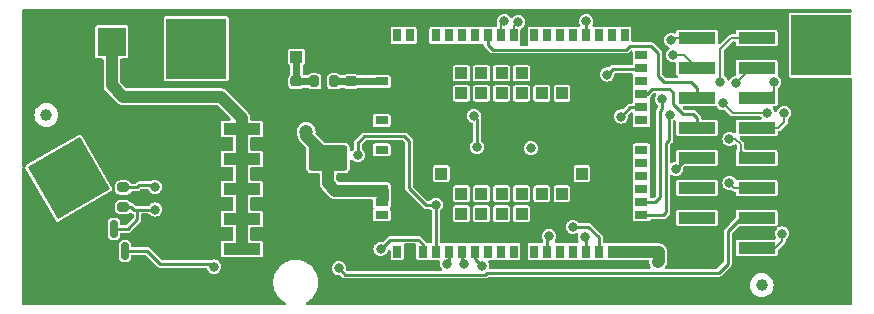
<source format=gbr>
%TF.GenerationSoftware,KiCad,Pcbnew,8.0.5*%
%TF.CreationDate,2025-03-27T16:47:35+00:00*%
%TF.ProjectId,BG95V4_4902-30029-07,42473935-5634-45f3-9439-30322d333030,rev?*%
%TF.SameCoordinates,Original*%
%TF.FileFunction,Copper,L4,Bot*%
%TF.FilePolarity,Positive*%
%FSLAX46Y46*%
G04 Gerber Fmt 4.6, Leading zero omitted, Abs format (unit mm)*
G04 Created by KiCad (PCBNEW 8.0.5) date 2025-03-27 16:47:35*
%MOMM*%
%LPD*%
G01*
G04 APERTURE LIST*
G04 Aperture macros list*
%AMRoundRect*
0 Rectangle with rounded corners*
0 $1 Rounding radius*
0 $2 $3 $4 $5 $6 $7 $8 $9 X,Y pos of 4 corners*
0 Add a 4 corners polygon primitive as box body*
4,1,4,$2,$3,$4,$5,$6,$7,$8,$9,$2,$3,0*
0 Add four circle primitives for the rounded corners*
1,1,$1+$1,$2,$3*
1,1,$1+$1,$4,$5*
1,1,$1+$1,$6,$7*
1,1,$1+$1,$8,$9*
0 Add four rect primitives between the rounded corners*
20,1,$1+$1,$2,$3,$4,$5,0*
20,1,$1+$1,$4,$5,$6,$7,0*
20,1,$1+$1,$6,$7,$8,$9,0*
20,1,$1+$1,$8,$9,$2,$3,0*%
%AMRotRect*
0 Rectangle, with rotation*
0 The origin of the aperture is its center*
0 $1 length*
0 $2 width*
0 $3 Rotation angle, in degrees counterclockwise*
0 Add horizontal line*
21,1,$1,$2,0,0,$3*%
G04 Aperture macros list end*
%TA.AperFunction,ComponentPad*%
%ADD10R,2.400000X2.400000*%
%TD*%
%TA.AperFunction,ComponentPad*%
%ADD11C,2.400000*%
%TD*%
%TA.AperFunction,SMDPad,CuDef*%
%ADD12R,0.700000X1.100000*%
%TD*%
%TA.AperFunction,SMDPad,CuDef*%
%ADD13R,1.100000X0.700000*%
%TD*%
%TA.AperFunction,SMDPad,CuDef*%
%ADD14R,1.000000X1.000000*%
%TD*%
%TA.AperFunction,SMDPad,CuDef*%
%ADD15RoundRect,0.250001X-1.399999X0.837499X-1.399999X-0.837499X1.399999X-0.837499X1.399999X0.837499X0*%
%TD*%
%TA.AperFunction,SMDPad,CuDef*%
%ADD16R,1.050000X2.200000*%
%TD*%
%TA.AperFunction,SMDPad,CuDef*%
%ADD17R,3.150000X1.000000*%
%TD*%
%TA.AperFunction,SMDPad,CuDef*%
%ADD18R,5.100000X5.100000*%
%TD*%
%TA.AperFunction,SMDPad,CuDef*%
%ADD19C,1.000000*%
%TD*%
%TA.AperFunction,SMDPad,CuDef*%
%ADD20RoundRect,0.200000X-0.200000X-0.275000X0.200000X-0.275000X0.200000X0.275000X-0.200000X0.275000X0*%
%TD*%
%TA.AperFunction,SMDPad,CuDef*%
%ADD21RoundRect,0.150000X0.150000X-0.587500X0.150000X0.587500X-0.150000X0.587500X-0.150000X-0.587500X0*%
%TD*%
%TA.AperFunction,SMDPad,CuDef*%
%ADD22RoundRect,0.225000X-0.250000X0.225000X-0.250000X-0.225000X0.250000X-0.225000X0.250000X0.225000X0*%
%TD*%
%TA.AperFunction,SMDPad,CuDef*%
%ADD23RotRect,5.100000X5.100000X120.000000*%
%TD*%
%TA.AperFunction,SMDPad,CuDef*%
%ADD24RoundRect,0.200000X-0.275000X0.200000X-0.275000X-0.200000X0.275000X-0.200000X0.275000X0.200000X0*%
%TD*%
%TA.AperFunction,ViaPad*%
%ADD25C,0.600000*%
%TD*%
%TA.AperFunction,ViaPad*%
%ADD26C,0.800000*%
%TD*%
%TA.AperFunction,ViaPad*%
%ADD27C,1.200000*%
%TD*%
%TA.AperFunction,Conductor*%
%ADD28C,0.250000*%
%TD*%
%TA.AperFunction,Conductor*%
%ADD29C,1.000000*%
%TD*%
%TA.AperFunction,Conductor*%
%ADD30C,0.200000*%
%TD*%
%TA.AperFunction,Conductor*%
%ADD31C,0.625000*%
%TD*%
G04 APERTURE END LIST*
D10*
%TO.P,BT1,1,+*%
%TO.N,/+3V6d*%
X11750000Y19500000D03*
D11*
%TO.P,BT1,2,-*%
%TO.N,GND*%
X11750000Y-1500000D03*
%TO.P,BT1,3,-*%
X15500000Y-1500000D03*
%TO.P,BT1,4,-*%
X8000000Y-1500000D03*
%TD*%
D12*
%TO.P,U1,1,PSM_IND*%
%TO.N,unconnected-(U1-PSM_IND-Pad1)*%
X35900000Y20050000D03*
%TO.P,U1,2,ADC1*%
%TO.N,unconnected-(U1-ADC1-Pad2)*%
X37000000Y20050000D03*
%TO.P,U1,3,GND*%
%TO.N,GND*%
X38100000Y20050000D03*
%TO.P,U1,4,PCM_CLK*%
%TO.N,unconnected-(U1-PCM_CLK-Pad4)*%
X39200000Y20050000D03*
%TO.P,U1,5,PCM_SYNC*%
%TO.N,unconnected-(U1-PCM_SYNC-Pad5)*%
X40300000Y20050000D03*
%TO.P,U1,6,PCM_IN*%
%TO.N,unconnected-(U1-PCM_IN-Pad6)*%
X41400000Y20050000D03*
%TO.P,U1,7,PCM_OUT*%
%TO.N,unconnected-(U1-PCM_OUT-Pad7)*%
X42500000Y20050000D03*
%TO.P,U1,8,USB_VBUS*%
%TO.N,/Vbus*%
X43600000Y20050000D03*
%TO.P,U1,9,USB_DP*%
%TO.N,/D+*%
X44700000Y20050000D03*
%TO.P,U1,10,USB_DM*%
%TO.N,/D-*%
X45800000Y20050000D03*
%TO.P,U1,11,RESERVED*%
%TO.N,unconnected-(U1-RESERVED-Pad11)_21*%
X47500000Y20050000D03*
%TO.P,U1,12,RESERVED*%
%TO.N,unconnected-(U1-RESERVED-Pad11)_2*%
X48600000Y20050000D03*
%TO.P,U1,13,RESERVED*%
%TO.N,unconnected-(U1-RESERVED-Pad11)_19*%
X49700000Y20050000D03*
%TO.P,U1,14,RESERVED*%
%TO.N,unconnected-(U1-RESERVED-Pad11)_12*%
X50800000Y20050000D03*
%TO.P,U1,15,PWRKEY*%
%TO.N,/PWRKEY*%
X51900000Y20050000D03*
%TO.P,U1,16,RESERVED*%
%TO.N,unconnected-(U1-RESERVED-Pad11)_18*%
X53000000Y20050000D03*
%TO.P,U1,17,~{RESET}*%
%TO.N,unconnected-(U1-~{RESET}-Pad17)*%
X54100000Y20050000D03*
%TO.P,U1,18,W_DISABLE#*%
%TO.N,unconnected-(U1-W_DISABLE#-Pad18)*%
X55200000Y20050000D03*
D13*
%TO.P,U1,19,AP_READY*%
%TO.N,unconnected-(U1-AP_READY-Pad19)*%
X56600000Y18350000D03*
%TO.P,U1,20,STATUS*%
%TO.N,/Status*%
X56600000Y17250000D03*
%TO.P,U1,21,NETLIGHT*%
%TO.N,unconnected-(U1-NETLIGHT-Pad21)*%
X56600000Y16150000D03*
%TO.P,U1,22,DBG_RXD*%
%TO.N,/R*%
X56600000Y15050000D03*
%TO.P,U1,23,DBG_TXD*%
%TO.N,/T*%
X56600000Y13950000D03*
%TO.P,U1,24,ADC0*%
%TO.N,unconnected-(U1-ADC0-Pad24)*%
X56600000Y12850000D03*
%TO.P,U1,25,GPIO25*%
%TO.N,unconnected-(U1-GPIO25-Pad25)*%
X56600000Y10350000D03*
%TO.P,U1,26,GPIO26*%
%TO.N,unconnected-(U1-GPIO26-Pad26)*%
X56600000Y9250000D03*
%TO.P,U1,27,UART3_TXD*%
%TO.N,unconnected-(U1-UART3_TXD-Pad27)*%
X56600000Y8150000D03*
%TO.P,U1,28,UART3_RXD*%
%TO.N,unconnected-(U1-UART3_RXD-Pad28)*%
X56600000Y7050000D03*
%TO.P,U1,29,VDD_EXT*%
%TO.N,/VDD_EXT*%
X56600000Y5950000D03*
%TO.P,U1,30,DTR*%
%TO.N,/DTR*%
X56600000Y4850000D03*
%TO.P,U1,31,GND*%
%TO.N,GND*%
X56600000Y3750000D03*
D12*
%TO.P,U1,32,VBAT_BB*%
%TO.N,/VBAT*%
X55200000Y1750000D03*
%TO.P,U1,33,VBAT_BB*%
X54100000Y1750000D03*
%TO.P,U1,34,RXD*%
%TO.N,/RXD*%
X53000000Y1750000D03*
%TO.P,U1,35,TXD*%
%TO.N,/TXD*%
X51900000Y1750000D03*
%TO.P,U1,36,CTS*%
%TO.N,unconnected-(U1-CTS-Pad36)*%
X50800000Y1750000D03*
%TO.P,U1,37,RTS*%
%TO.N,unconnected-(U1-RTS-Pad37)*%
X49700000Y1750000D03*
%TO.P,U1,38,DCD*%
%TO.N,/DCD*%
X48600000Y1750000D03*
%TO.P,U1,39,RI*%
%TO.N,unconnected-(U1-RI-Pad39)*%
X47500000Y1750000D03*
%TO.P,U1,40,I2C_SCL*%
%TO.N,unconnected-(U1-I2C_SCL-Pad40)*%
X45800000Y1750000D03*
%TO.P,U1,41,I2C_SDA*%
%TO.N,unconnected-(U1-I2C_SDA-Pad41)*%
X44700000Y1750000D03*
%TO.P,U1,42,USIM_PRESENCE*%
%TO.N,unconnected-(U1-USIM_PRESENCE-Pad42)*%
X43600000Y1750000D03*
%TO.P,U1,43,USIM_VDD*%
%TO.N,/uVDD*%
X42500000Y1750000D03*
%TO.P,U1,44,USIM_RST*%
%TO.N,/uRST*%
X41400000Y1750000D03*
%TO.P,U1,45,USIM_DATA*%
%TO.N,/uData*%
X40300000Y1750000D03*
%TO.P,U1,46,USIM_CLK*%
%TO.N,/uCLK*%
X39200000Y1750000D03*
%TO.P,U1,47,USIM_GND*%
%TO.N,/uGND*%
X38100000Y1750000D03*
%TO.P,U1,48,GND*%
%TO.N,GND*%
X37000000Y1750000D03*
%TO.P,U1,49,ANT_GNSS*%
%TO.N,unconnected-(U1-ANT_GNSS-Pad49)*%
X35900000Y1750000D03*
D13*
%TO.P,U1,50,GND*%
%TO.N,GND*%
X34600000Y3750000D03*
%TO.P,U1,51,RESERVED*%
%TO.N,unconnected-(U1-RESERVED-Pad11)_17*%
X34600000Y4850000D03*
%TO.P,U1,52,VBAT_RF*%
%TO.N,/VBAT*%
X34600000Y5950000D03*
%TO.P,U1,53,VBAT_RF*%
X34600000Y7050000D03*
%TO.P,U1,54,GND*%
%TO.N,GND*%
X34600000Y8150000D03*
%TO.P,U1,55,GND*%
X34600000Y9250000D03*
%TO.P,U1,56,RESERVED*%
%TO.N,unconnected-(U1-RESERVED-Pad11)_9*%
X34600000Y10350000D03*
%TO.P,U1,57,RESERVED*%
%TO.N,unconnected-(U1-RESERVED-Pad11)_1*%
X34600000Y12850000D03*
%TO.P,U1,58,GND*%
%TO.N,GND*%
X34600000Y13950000D03*
%TO.P,U1,59,GND*%
X34600000Y15050000D03*
%TO.P,U1,60,ANT_MAIN*%
%TO.N,/RF_OUT*%
X34600000Y16150000D03*
%TO.P,U1,61,GND*%
%TO.N,GND*%
X34600000Y17250000D03*
%TO.P,U1,62,GND*%
X34600000Y18350000D03*
D14*
%TO.P,U1,63,RESERVED*%
%TO.N,unconnected-(U1-RESERVED-Pad11)_5*%
X41350000Y16850000D03*
%TO.P,U1,64,GPIO64*%
%TO.N,unconnected-(U1-GPIO64-Pad64)*%
X43050000Y16850000D03*
%TO.P,U1,65,GPIO65*%
%TO.N,unconnected-(U1-GPIO65-Pad65)*%
X44750000Y16850000D03*
%TO.P,U1,66,GPIO66*%
%TO.N,unconnected-(U1-GPIO66-Pad66)*%
X46450000Y16850000D03*
%TO.P,U1,67,GND*%
%TO.N,GND*%
X48150000Y16850000D03*
%TO.P,U1,68,GND*%
X49850000Y16850000D03*
%TO.P,U1,69,GND*%
X53250000Y13450000D03*
%TO.P,U1,70,GND*%
X53250000Y11750000D03*
%TO.P,U1,71,GND*%
X53250000Y10050000D03*
%TO.P,U1,72,GND*%
X53250000Y8350000D03*
%TO.P,U1,73,GND*%
X49850000Y4950000D03*
%TO.P,U1,74,GND*%
X48150000Y4950000D03*
%TO.P,U1,75,USB_BOOT*%
%TO.N,unconnected-(U1-USB_BOOT-Pad75)*%
X46450000Y4950000D03*
%TO.P,U1,76,RESERVED*%
%TO.N,unconnected-(U1-RESERVED-Pad11)_8*%
X44750000Y4950000D03*
%TO.P,U1,77,RESERVED*%
%TO.N,unconnected-(U1-RESERVED-Pad11)_16*%
X43050000Y4950000D03*
%TO.P,U1,78,RESERVED*%
%TO.N,unconnected-(U1-RESERVED-Pad11)_10*%
X41350000Y4950000D03*
%TO.P,U1,79,GND*%
%TO.N,GND*%
X37950000Y8350000D03*
%TO.P,U1,80,GND*%
X37950000Y10050000D03*
%TO.P,U1,81,GND*%
X37950000Y11750000D03*
%TO.P,U1,82,GND*%
X37950000Y13450000D03*
%TO.P,U1,83,RESERVED*%
%TO.N,unconnected-(U1-RESERVED-Pad11)_13*%
X41350000Y15150000D03*
%TO.P,U1,84,RESERVED*%
%TO.N,unconnected-(U1-RESERVED-Pad11)_4*%
X43050000Y15150000D03*
%TO.P,U1,85,GPIO85*%
%TO.N,unconnected-(U1-GPIO85-Pad85)*%
X44750000Y15150000D03*
%TO.P,U1,86,GPIO86*%
%TO.N,unconnected-(U1-GPIO86-Pad86)*%
X46450000Y15150000D03*
%TO.P,U1,87,GPIO87*%
%TO.N,unconnected-(U1-GPIO87-Pad87)*%
X48150000Y15150000D03*
%TO.P,U1,88,GPIO88*%
%TO.N,unconnected-(U1-GPIO88-Pad88)*%
X49850000Y15150000D03*
%TO.P,U1,89,GND*%
%TO.N,GND*%
X51550000Y13450000D03*
%TO.P,U1,90,GND*%
X51550000Y11750000D03*
%TO.P,U1,91,GND*%
X51550000Y10050000D03*
%TO.P,U1,92,RESERVED*%
%TO.N,unconnected-(U1-RESERVED-Pad11)_14*%
X51550000Y8350000D03*
%TO.P,U1,93,RESERVED*%
%TO.N,unconnected-(U1-RESERVED-Pad11)_15*%
X49850000Y6650000D03*
%TO.P,U1,94,RESERVED*%
%TO.N,unconnected-(U1-RESERVED-Pad11)_6*%
X48150000Y6650000D03*
%TO.P,U1,95,RESERVED*%
%TO.N,unconnected-(U1-RESERVED-Pad11)_7*%
X46450000Y6650000D03*
%TO.P,U1,96,RESERVED*%
%TO.N,unconnected-(U1-RESERVED-Pad11)_11*%
X44750000Y6650000D03*
%TO.P,U1,97,RESERVED*%
%TO.N,unconnected-(U1-RESERVED-Pad11)_20*%
X43050000Y6650000D03*
%TO.P,U1,98,RESERVED*%
%TO.N,unconnected-(U1-RESERVED-Pad11)*%
X41350000Y6650000D03*
%TO.P,U1,99,RESERVED*%
%TO.N,unconnected-(U1-RESERVED-Pad11)_3*%
X39650000Y8350000D03*
%TO.P,U1,100,GND*%
%TO.N,GND*%
X39650000Y10050000D03*
%TO.P,U1,101,GND*%
X39650000Y11750000D03*
%TO.P,U1,102,GND*%
X39650000Y13450000D03*
%TD*%
D15*
%TO.P,C5,1*%
%TO.N,/VBAT*%
X30060000Y9667500D03*
%TO.P,C5,2*%
%TO.N,GND*%
X30060000Y3292500D03*
%TD*%
D14*
%TO.P,J12,1,Pin_1*%
%TO.N,/RF_OUT1*%
X27381200Y18235800D03*
D16*
%TO.P,J12,2,Pin_2*%
%TO.N,GND*%
X28856200Y19735800D03*
D14*
X27381200Y21235800D03*
D16*
X25906200Y19735800D03*
%TD*%
D17*
%TO.P,J3,1,Pin_1*%
%TO.N,/uDTR*%
X66350000Y19840000D03*
%TO.P,J3,2,Pin_2*%
%TO.N,/uDCD*%
X66350000Y17300000D03*
%TO.P,J3,3,Pin_3*%
%TO.N,/uStatus*%
X66350000Y14760000D03*
%TO.P,J3,4,Pin_4*%
%TO.N,/uPWRKEY*%
X66350000Y12220000D03*
%TO.P,J3,5,Pin_5*%
%TO.N,/TxD*%
X66350000Y9680000D03*
%TO.P,J3,6,Pin_6*%
%TO.N,/RxD*%
X66350000Y7140000D03*
%TO.P,J3,7,Pin_7*%
%TO.N,/Alim*%
X66350000Y4600000D03*
%TO.P,J3,8,Pin_8*%
%TO.N,/+3V3_UC*%
X66350000Y2060000D03*
%TO.P,J3,9,Pin_9*%
%TO.N,/D-*%
X61300000Y19840000D03*
%TO.P,J3,10,Pin_10*%
%TO.N,/D+*%
X61300000Y17300000D03*
%TO.P,J3,11,Pin_11*%
%TO.N,/Vbus*%
X61300000Y14760000D03*
%TO.P,J3,12,Pin_12*%
%TO.N,/R*%
X61300000Y12220000D03*
%TO.P,J3,13,Pin_13*%
%TO.N,/T*%
X61300000Y9680000D03*
%TO.P,J3,14,Pin_14*%
%TO.N,unconnected-(J3-Pin_14-Pad14)*%
X61300000Y7140000D03*
%TO.P,J3,15,Pin_15*%
%TO.N,unconnected-(J3-Pin_15-Pad15)*%
X61300000Y4600000D03*
%TO.P,J3,16,Pin_16*%
%TO.N,GND*%
X61300000Y2060000D03*
%TD*%
D18*
%TO.P,J5,1,Pin_1*%
%TO.N,unconnected-(J5-Pin_1-Pad1)*%
X18897600Y18931000D03*
%TD*%
D19*
%TO.P,FID2,*%
%TO.N,*%
X66776600Y-1092200D03*
%TD*%
D20*
%TO.P,R4,1*%
%TO.N,/RF_OUT1*%
X28900000Y16150000D03*
%TO.P,R4,2*%
%TO.N,/RF_OUT*%
X30550000Y16150000D03*
%TD*%
D17*
%TO.P,J2,1,Pin_1*%
%TO.N,GND*%
X17700000Y1970000D03*
%TO.P,J2,2,Pin_2*%
X17700000Y4510000D03*
%TO.P,J2,3,Pin_3*%
X17700000Y7050000D03*
%TO.P,J2,4,Pin_4*%
X17700000Y9590000D03*
%TO.P,J2,5,Pin_5*%
X17700000Y12130000D03*
%TO.P,J2,6,Pin_6*%
%TO.N,/+3V6d*%
X22750000Y1970000D03*
%TO.P,J2,7,Pin_7*%
X22750000Y4510000D03*
%TO.P,J2,8,Pin_8*%
X22750000Y7050000D03*
%TO.P,J2,9,Pin_9*%
X22750000Y9590000D03*
%TO.P,J2,10,Pin_10*%
X22750000Y12130000D03*
%TD*%
D21*
%TO.P,Q1,1,B*%
%TO.N,/Alim*%
X12888000Y1805700D03*
%TO.P,Q1,2,E*%
%TO.N,GND*%
X10988000Y1805700D03*
%TO.P,Q1,3,C*%
%TO.N,Net-(Q1-C)*%
X11938000Y3680700D03*
%TD*%
D22*
%TO.P,C13,1*%
%TO.N,/RF_OUT1*%
X27375000Y16150000D03*
%TO.P,C13,2*%
%TO.N,GND*%
X27375000Y14600000D03*
%TD*%
D18*
%TO.P,J6,1,Pin_1*%
%TO.N,unconnected-(J6-Pin_1-Pad1)*%
X71805800Y19227800D03*
%TD*%
D23*
%TO.P,J4,1,Pin_1*%
%TO.N,unconnected-(J4-Pin_1-Pad1)*%
X8100000Y7950200D03*
%TD*%
D24*
%TO.P,R2,1*%
%TO.N,/+3V6d*%
X12725400Y7175000D03*
%TO.P,R2,2*%
%TO.N,Net-(Q1-C)*%
X12725400Y5525000D03*
%TD*%
D19*
%TO.P,FID3,*%
%TO.N,*%
X6197600Y13309600D03*
%TD*%
D22*
%TO.P,C14,1*%
%TO.N,/RF_OUT*%
X32000000Y16150000D03*
%TO.P,C14,2*%
%TO.N,GND*%
X32000000Y14600000D03*
%TD*%
D25*
%TO.N,GND*%
X30022800Y15189200D03*
X22533000Y45394D03*
X12733000Y9845394D03*
X71533000Y8445394D03*
X58933000Y-1354606D03*
D26*
X39370000Y16510000D03*
D25*
X26339800Y16967200D03*
X11333000Y11245394D03*
X30933000Y18245394D03*
X70133000Y8445394D03*
X70133000Y7045394D03*
D26*
X58432288Y3644211D03*
D25*
X28524200Y17830800D03*
X5733000Y4245394D03*
X60333000Y-1354606D03*
X29533000Y14045394D03*
X32333000Y-1354606D03*
D26*
X36195000Y13335000D03*
D25*
X11333000Y12645394D03*
X70133000Y5645394D03*
X26035000Y17780000D03*
X24917400Y19862800D03*
X72933000Y11245394D03*
X72933000Y-1354606D03*
X72933000Y4245394D03*
X5733000Y11245394D03*
X72933000Y9845394D03*
X5733000Y21045394D03*
X33733000Y21045394D03*
X14133000Y18245394D03*
X5733000Y19645394D03*
D26*
X35560000Y-1270000D03*
D25*
X30124400Y17195800D03*
X29794200Y18237200D03*
X12733000Y8445394D03*
X70133000Y11245394D03*
X71533000Y1445394D03*
D26*
X60147200Y10947400D03*
D25*
X22533000Y18245394D03*
X29533000Y-1354606D03*
X8533000Y16845394D03*
X7133000Y21045394D03*
X26390600Y15240000D03*
X33733000Y19645394D03*
X70133000Y9845394D03*
X44933000Y9845394D03*
X29286200Y17221200D03*
X9933000Y45394D03*
X8533000Y21045394D03*
X70133000Y-1354606D03*
X5733000Y1445394D03*
X7133000Y1445394D03*
X25333000Y16845394D03*
X72933000Y5645394D03*
X71533000Y9845394D03*
X9933000Y15445394D03*
X8533000Y15445394D03*
X49133000Y-1354606D03*
X14133000Y9845394D03*
X57533000Y21045394D03*
X31673800Y17145000D03*
X8533000Y2845394D03*
X28371800Y15189200D03*
X70133000Y45394D03*
X57533000Y-1354606D03*
X9933000Y12645394D03*
X25333000Y15445394D03*
X32333000Y19645394D03*
X72933000Y12645394D03*
D26*
X36195000Y14478000D03*
D25*
X72933000Y7045394D03*
X18333000Y-1354606D03*
X71533000Y-1354606D03*
X43533000Y-1354606D03*
X7133000Y15445394D03*
X30911800Y17170400D03*
X8533000Y14045394D03*
X63133000Y-1354606D03*
X26339800Y21717000D03*
X12733000Y11245394D03*
X8533000Y12645394D03*
X68733000Y-1354606D03*
X23933000Y16845394D03*
X7133000Y18245394D03*
X28346400Y17170400D03*
X22533000Y-1354606D03*
X70133000Y1445394D03*
X24892000Y18923000D03*
X7133000Y16845394D03*
X8533000Y1445394D03*
X71533000Y4245394D03*
X23933000Y-1354606D03*
X29845000Y19253200D03*
X8533000Y18245394D03*
X29210000Y21717000D03*
X30933000Y-1354606D03*
X8533000Y19645394D03*
X24892000Y20751800D03*
X30933000Y19645394D03*
X14133000Y11245394D03*
X11333000Y5645394D03*
X14133000Y16845394D03*
X30933000Y21045394D03*
X71533000Y12645394D03*
D26*
X25400000Y3810000D03*
X36195000Y16637000D03*
X49430000Y13150000D03*
X36195000Y15494000D03*
D25*
X22533000Y19645394D03*
X23933000Y19645394D03*
X23933000Y21045394D03*
X9933000Y4245394D03*
X19733000Y-1354606D03*
X70133000Y15445394D03*
X72933000Y14045394D03*
X44933000Y-1354606D03*
X32333000Y21045394D03*
X72933000Y45394D03*
X21133000Y-1354606D03*
X56133000Y-1354606D03*
X33248600Y15240000D03*
X50533000Y-1354606D03*
X71533000Y2845394D03*
X25425400Y21590000D03*
X5733000Y-1354606D03*
X23933000Y18245394D03*
X29184600Y15138400D03*
X71533000Y11245394D03*
X71533000Y15445394D03*
X5733000Y18245394D03*
X29845000Y21107400D03*
X26111200Y16129000D03*
X47733000Y-1354606D03*
X72933000Y8445394D03*
X5733000Y15445394D03*
X28371800Y21742400D03*
D26*
X54250000Y6740000D03*
D25*
X68733000Y45394D03*
X47733000Y12645394D03*
X51933000Y-1354606D03*
X71533000Y14045394D03*
X22533000Y16845394D03*
X64533000Y-1354606D03*
X29870400Y20193000D03*
X9933000Y14045394D03*
X9933000Y16845394D03*
X54733000Y-1354606D03*
X72933000Y1445394D03*
X23933000Y45394D03*
X71533000Y45394D03*
X7133000Y19645394D03*
X46333000Y-1354606D03*
X70133000Y2845394D03*
X5733000Y16845394D03*
X71533000Y7045394D03*
X25146000Y18059400D03*
X72933000Y2845394D03*
X70133000Y4245394D03*
X61733000Y-1354606D03*
X5733000Y45394D03*
X30988000Y15138400D03*
X11333000Y9845394D03*
X53333000Y-1354606D03*
X23933000Y15445394D03*
X51933000Y16845394D03*
D26*
%TO.N,/uGND*%
X42675000Y10600000D03*
X34510000Y1960000D03*
X42400000Y13250000D03*
%TO.N,/uRST*%
X41540000Y719989D03*
%TO.N,/uCLK*%
X32580000Y9900000D03*
X39200000Y5700000D03*
%TO.N,/uData*%
X40130000Y720000D03*
%TO.N,/uVDD*%
X43070000Y530000D03*
%TO.N,/VBAT*%
X57960000Y830000D03*
X47233980Y10491020D03*
D27*
X28200000Y11900000D03*
D26*
%TO.N,/uStatus*%
X67825000Y16100000D03*
%TO.N,/uPWRKEY*%
X68675000Y13500000D03*
%TO.N,/uDTR*%
X63275000Y16125000D03*
%TO.N,/TxD*%
X64050000Y11275000D03*
%TO.N,/RxD*%
X64050000Y7550000D03*
%TO.N,/uDCD*%
X64625000Y16025000D03*
%TO.N,/RXD*%
X50775000Y3850000D03*
%TO.N,/TXD*%
X51800000Y2950000D03*
%TO.N,/VDD_EXT*%
X58350000Y14625000D03*
%TO.N,/DTR*%
X58975000Y13350000D03*
%TO.N,/DCD*%
X48768000Y3048000D03*
%TO.N,/PWRKEY*%
X51917600Y21234400D03*
%TO.N,/Status*%
X53695600Y16738600D03*
%TO.N,/Alim*%
X20400000Y475000D03*
X30962600Y330200D03*
%TO.N,Net-(Q1-C)*%
X15417800Y5308600D03*
%TO.N,/+3V6d*%
X19126200Y14833600D03*
X15392400Y7239000D03*
%TO.N,/+3V3_UC*%
X68500000Y3275000D03*
X67250000Y13500000D03*
X63525000Y14300000D03*
%TO.N,/T*%
X59512200Y8763000D03*
X54889400Y13182600D03*
%TO.N,/D+*%
X59283600Y18389600D03*
X44983400Y21234400D03*
%TO.N,/D-*%
X46151800Y21183600D03*
X59125498Y19659600D03*
%TD*%
D28*
%TO.N,/uGND*%
X42675000Y12975000D02*
X42400000Y13250000D01*
X35310000Y2760000D02*
X37690000Y2760000D01*
X38100000Y2350000D02*
X38100000Y1750000D01*
X42675000Y10600000D02*
X42675000Y12975000D01*
X34510000Y1960000D02*
X35310000Y2760000D01*
X37690000Y2760000D02*
X38100000Y2350000D01*
%TO.N,/uRST*%
X41400000Y670000D02*
X41449989Y719989D01*
X41400000Y1750000D02*
X41400000Y670000D01*
X41449989Y719989D02*
X41540000Y719989D01*
%TO.N,/uCLK*%
X36910000Y7140000D02*
X38350000Y5700000D01*
X36530000Y11500000D02*
X36910000Y11120000D01*
X32580000Y9900000D02*
X32580000Y10940000D01*
X32580000Y10940000D02*
X33140000Y11500000D01*
X33140000Y11500000D02*
X36530000Y11500000D01*
X36910000Y11120000D02*
X36910000Y7140000D01*
X39200000Y1900000D02*
X39300000Y1800000D01*
X39200000Y5700000D02*
X39200000Y1900000D01*
X38350000Y5700000D02*
X39200000Y5700000D01*
%TO.N,/uData*%
X40300000Y1750000D02*
X40300000Y890000D01*
X40300000Y890000D02*
X40130000Y720000D01*
%TO.N,/uVDD*%
X42500000Y1750000D02*
X42500000Y1100000D01*
X42500000Y1100000D02*
X43070000Y530000D01*
D29*
%TO.N,/VBAT*%
X54350000Y1750000D02*
X54300000Y1700000D01*
X30060000Y7520000D02*
X30060000Y9667500D01*
X30680001Y6899999D02*
X30060000Y7520000D01*
X28200000Y11900000D02*
X28200000Y11527500D01*
X55200000Y1750000D02*
X54350000Y1750000D01*
X34700000Y6200000D02*
X34700000Y6899999D01*
X34700000Y6899999D02*
X30680001Y6899999D01*
X28200000Y11527500D02*
X30060000Y9667500D01*
X55200000Y1750000D02*
X58050000Y1750000D01*
X58050000Y1750000D02*
X58050000Y920000D01*
X58050000Y920000D02*
X57960000Y830000D01*
D30*
%TO.N,/uStatus*%
X67210000Y14760000D02*
X67825000Y15375000D01*
X67825000Y15375000D02*
X67825000Y16100000D01*
X66350000Y14760000D02*
X67210000Y14760000D01*
%TO.N,/uPWRKEY*%
X68700000Y13475000D02*
X68675000Y13500000D01*
X66350000Y12220000D02*
X68170000Y12220000D01*
X68700000Y12750000D02*
X68700000Y13475000D01*
X68170000Y12220000D02*
X68700000Y12750000D01*
%TO.N,/uDTR*%
X64215000Y19840000D02*
X66350000Y19840000D01*
X63275000Y16125000D02*
X63275000Y18900000D01*
X63275000Y18900000D02*
X64215000Y19840000D01*
%TO.N,/TxD*%
X65000000Y10225000D02*
X65000000Y10825000D01*
X64550000Y11275000D02*
X64050000Y11275000D01*
X65000000Y10825000D02*
X64550000Y11275000D01*
X65545000Y9680000D02*
X65000000Y10225000D01*
X66350000Y9680000D02*
X65545000Y9680000D01*
%TO.N,/RxD*%
X64460000Y7140000D02*
X64050000Y7550000D01*
X66350000Y7140000D02*
X64460000Y7140000D01*
%TO.N,/uDCD*%
X65900000Y17300000D02*
X66350000Y17300000D01*
X64625000Y16025000D02*
X65900000Y17300000D01*
D31*
%TO.N,/RF_OUT*%
X32000000Y16150000D02*
X30550000Y16150000D01*
X34600000Y16150000D02*
X32000000Y16150000D01*
D28*
%TO.N,/RXD*%
X53000000Y1750000D02*
X53000000Y2950000D01*
X53000000Y2950000D02*
X52100000Y3850000D01*
X52100000Y3850000D02*
X50775000Y3850000D01*
%TO.N,/TXD*%
X51900000Y2850000D02*
X51800000Y2950000D01*
X51900000Y1750000D02*
X51900000Y2850000D01*
%TO.N,/VDD_EXT*%
X58166000Y6350000D02*
X57766000Y5950000D01*
X57766000Y5950000D02*
X56600000Y5950000D01*
X58350000Y13825000D02*
X58166001Y13641001D01*
X58166001Y13641001D02*
X58166000Y6350000D01*
X58350000Y14625000D02*
X58350000Y13825000D01*
%TO.N,/DTR*%
X58928000Y13303000D02*
X58928000Y11176000D01*
X58674000Y10922000D02*
X58674000Y5080000D01*
X58674000Y5080000D02*
X58444000Y4850000D01*
X58444000Y4850000D02*
X56600000Y4850000D01*
X58928000Y11176000D02*
X58674000Y10922000D01*
X58975000Y13350000D02*
X58928000Y13303000D01*
%TO.N,/DCD*%
X48600000Y2880000D02*
X48768000Y3048000D01*
X48600000Y1750000D02*
X48600000Y2880000D01*
%TO.N,/PWRKEY*%
X51900000Y21216800D02*
X51917600Y21234400D01*
X51900000Y20050000D02*
X51900000Y21216800D01*
%TO.N,/Status*%
X54157000Y17200000D02*
X53695600Y16738600D01*
X56600000Y17200000D02*
X54157000Y17200000D01*
%TO.N,/Alim*%
X20163800Y711200D02*
X20400000Y475000D01*
X43525000Y-50000D02*
X43375000Y-200000D01*
X65050000Y4600000D02*
X63900000Y3450000D01*
X63900000Y3450000D02*
X63900000Y725000D01*
X43375000Y-200000D02*
X34312200Y-200000D01*
X31492800Y-200000D02*
X30962600Y330200D01*
X14755100Y1805700D02*
X15849600Y711200D01*
X63900000Y725000D02*
X63125000Y-50000D01*
X12888000Y1805700D02*
X14755100Y1805700D01*
X63125000Y-50000D02*
X43525000Y-50000D01*
X15849600Y711200D02*
X20163800Y711200D01*
X66350000Y4600000D02*
X65050000Y4600000D01*
X34312200Y-200000D02*
X31492800Y-200000D01*
%TO.N,Net-(Q1-C)*%
X11938000Y3680700D02*
X13129500Y3680700D01*
X13614400Y5308600D02*
X13919200Y5308600D01*
X13919200Y4470400D02*
X13919200Y5308600D01*
X12725400Y5525000D02*
X13398000Y5525000D01*
X13398000Y5525000D02*
X13614400Y5308600D01*
X13129500Y3680700D02*
X13919200Y4470400D01*
X13919200Y5308600D02*
X15417800Y5308600D01*
%TO.N,/+3V6d*%
X15265400Y7366000D02*
X15392400Y7239000D01*
D29*
X22750000Y2005000D02*
X22750000Y12130000D01*
D28*
X13893800Y7188200D02*
X14071600Y7366000D01*
X14071600Y7366000D02*
X15265400Y7366000D01*
D29*
X11750000Y15809000D02*
X11750000Y19500000D01*
D28*
X13880600Y7175000D02*
X14071600Y7366000D01*
X12725400Y7175000D02*
X13880600Y7175000D01*
D29*
X22750000Y12130000D02*
X22750000Y13075000D01*
X20966000Y14859000D02*
X12700000Y14859000D01*
X12700000Y14859000D02*
X11750000Y15809000D01*
X22750000Y13075000D02*
X20966000Y14859000D01*
D30*
%TO.N,/+3V3_UC*%
X64325000Y13500000D02*
X67250000Y13500000D01*
X68500000Y2650000D02*
X68500000Y3275000D01*
X66350000Y2060000D02*
X67910000Y2060000D01*
X63525000Y14300000D02*
X64325000Y13500000D01*
X67910000Y2060000D02*
X68500000Y2650000D01*
D31*
%TO.N,/RF_OUT1*%
X27388200Y18228800D02*
X27388200Y16163200D01*
X28900000Y16150000D02*
X27375000Y16150000D01*
X27388200Y16163200D02*
X27375000Y16150000D01*
D28*
%TO.N,/T*%
X55656800Y13950000D02*
X56600000Y13950000D01*
X54889400Y13182600D02*
X55656800Y13950000D01*
X61300000Y9680000D02*
X60429200Y9680000D01*
X60429200Y9680000D02*
X59512200Y8763000D01*
%TO.N,/R*%
X58953400Y15494000D02*
X59143900Y15303500D01*
X59258200Y14249400D02*
X59258200Y15189200D01*
X59258200Y15189200D02*
X59143900Y15303500D01*
X57505600Y15494000D02*
X58953400Y15494000D01*
X61300000Y13096600D02*
X60985400Y13411200D01*
X61300000Y12220000D02*
X61300000Y13096600D01*
X60096400Y13411200D02*
X59258200Y14249400D01*
X56600000Y15050000D02*
X57061600Y15050000D01*
X57061600Y15050000D02*
X57505600Y15494000D01*
X60985400Y13411200D02*
X60096400Y13411200D01*
D30*
%TO.N,/D+*%
X59283600Y18389600D02*
X60210400Y18389600D01*
X44700000Y20951000D02*
X44983400Y21234400D01*
X60210400Y18389600D02*
X61300000Y17300000D01*
X44700000Y20050000D02*
X44700000Y20951000D01*
%TO.N,/D-*%
X59305898Y19840000D02*
X61300000Y19840000D01*
X59125498Y19659600D02*
X59305898Y19840000D01*
X45800000Y20831800D02*
X46151800Y21183600D01*
X45800000Y20050000D02*
X45800000Y20831800D01*
D28*
%TO.N,/Vbus*%
X58547000Y16078200D02*
X60223400Y16078200D01*
X58039000Y18542000D02*
X58039000Y16586200D01*
X60248800Y16103600D02*
X60756800Y16103600D01*
X57404000Y19177000D02*
X58039000Y18542000D01*
X55600600Y19177000D02*
X57404000Y19177000D01*
X61300000Y15560400D02*
X61300000Y14760000D01*
X43600000Y20050000D02*
X43600000Y19250000D01*
X43600000Y19250000D02*
X44003200Y18846800D01*
X44003200Y18846800D02*
X55270400Y18846800D01*
X55270400Y18846800D02*
X55600600Y19177000D01*
X60223400Y16078200D02*
X60248800Y16103600D01*
X58039000Y16586200D02*
X58547000Y16078200D01*
X60756800Y16103600D02*
X61300000Y15560400D01*
%TD*%
%TA.AperFunction,Conductor*%
%TO.N,GND*%
G36*
X74361321Y22264398D02*
G01*
X74407814Y22210742D01*
X74419200Y22158400D01*
X74419200Y22104300D01*
X74399198Y22036179D01*
X74345542Y21989686D01*
X74293200Y21978300D01*
X69236052Y21978300D01*
X69177569Y21966667D01*
X69111248Y21922352D01*
X69066933Y21856031D01*
X69066932Y21856028D01*
X69055300Y21797550D01*
X69055300Y16658049D01*
X69066932Y16599571D01*
X69066933Y16599568D01*
X69111248Y16533248D01*
X69177568Y16488933D01*
X69177571Y16488932D01*
X69236049Y16477300D01*
X74293200Y16477300D01*
X74361321Y16457298D01*
X74407814Y16403642D01*
X74419200Y16351300D01*
X74419200Y-2654000D01*
X74399198Y-2722121D01*
X74345542Y-2768614D01*
X74293200Y-2780000D01*
X28282337Y-2780000D01*
X28214216Y-2759998D01*
X28167723Y-2706342D01*
X28157619Y-2636068D01*
X28187113Y-2571488D01*
X28219337Y-2544881D01*
X28331087Y-2480361D01*
X28388527Y-2447199D01*
X28586176Y-2295538D01*
X28762338Y-2119376D01*
X28913999Y-1921727D01*
X29038564Y-1705973D01*
X29133902Y-1475807D01*
X29198382Y-1235165D01*
X29217204Y-1092196D01*
X65771259Y-1092196D01*
X65771259Y-1092203D01*
X65790574Y-1288324D01*
X65790574Y-1288326D01*
X65847786Y-1476928D01*
X65940690Y-1650738D01*
X66065717Y-1803083D01*
X66218062Y-1928110D01*
X66391873Y-2021014D01*
X66580468Y-2078224D01*
X66580472Y-2078224D01*
X66580474Y-2078225D01*
X66776597Y-2097541D01*
X66776600Y-2097541D01*
X66776603Y-2097541D01*
X66972724Y-2078225D01*
X66972726Y-2078225D01*
X66972727Y-2078224D01*
X66972732Y-2078224D01*
X67161327Y-2021014D01*
X67335138Y-1928110D01*
X67487483Y-1803083D01*
X67612510Y-1650738D01*
X67705414Y-1476927D01*
X67762624Y-1288332D01*
X67762625Y-1288324D01*
X67781941Y-1092203D01*
X67781941Y-1092196D01*
X67762625Y-896075D01*
X67762625Y-896073D01*
X67762624Y-896070D01*
X67762624Y-896068D01*
X67705414Y-707473D01*
X67612510Y-533662D01*
X67487483Y-381317D01*
X67335138Y-256290D01*
X67325976Y-251393D01*
X67161328Y-163386D01*
X66972725Y-106174D01*
X66776603Y-86859D01*
X66776597Y-86859D01*
X66580475Y-106174D01*
X66580473Y-106174D01*
X66391871Y-163386D01*
X66218061Y-256290D01*
X66065717Y-381317D01*
X65940690Y-533661D01*
X65847786Y-707471D01*
X65790574Y-896073D01*
X65790574Y-896075D01*
X65771259Y-1092196D01*
X29217204Y-1092196D01*
X29230900Y-988165D01*
X29230900Y-739035D01*
X29202788Y-525500D01*
X29198383Y-492041D01*
X29198382Y-492039D01*
X29198382Y-492035D01*
X29133902Y-251393D01*
X29038564Y-21227D01*
X29038558Y-21218D01*
X29038557Y-21214D01*
X28951592Y129414D01*
X28913999Y194527D01*
X28762338Y392176D01*
X28586176Y568338D01*
X28388527Y719999D01*
X28172773Y844564D01*
X27942607Y939902D01*
X27701965Y1004382D01*
X27701958Y1004382D01*
X27701958Y1004383D01*
X27650693Y1011132D01*
X27454965Y1036900D01*
X27205835Y1036900D01*
X27026871Y1013339D01*
X26958841Y1004383D01*
X26958839Y1004382D01*
X26958835Y1004382D01*
X26718193Y939902D01*
X26488027Y844564D01*
X26488018Y844558D01*
X26488014Y844557D01*
X26314185Y744197D01*
X26272273Y719999D01*
X26074624Y568338D01*
X26074618Y568332D01*
X26074613Y568328D01*
X25898471Y392186D01*
X25898466Y392180D01*
X25898462Y392176D01*
X25747520Y195464D01*
X25746798Y194523D01*
X25622242Y-21214D01*
X25622237Y-21225D01*
X25526898Y-251393D01*
X25526897Y-251397D01*
X25462416Y-492041D01*
X25429900Y-739032D01*
X25429900Y-988167D01*
X25462416Y-1235158D01*
X25462418Y-1235165D01*
X25526898Y-1475807D01*
X25622236Y-1705973D01*
X25622237Y-1705974D01*
X25622242Y-1705985D01*
X25746798Y-1921723D01*
X25746800Y-1921726D01*
X25746801Y-1921727D01*
X25898462Y-2119376D01*
X25898466Y-2119380D01*
X25898471Y-2119386D01*
X26074613Y-2295528D01*
X26074618Y-2295532D01*
X26074624Y-2295538D01*
X26272273Y-2447199D01*
X26272276Y-2447201D01*
X26441463Y-2544881D01*
X26490456Y-2596263D01*
X26503892Y-2665977D01*
X26477506Y-2731888D01*
X26419674Y-2773070D01*
X26378463Y-2780000D01*
X4300400Y-2780000D01*
X4232279Y-2759998D01*
X4185786Y-2706342D01*
X4174400Y-2654000D01*
X4174400Y2426461D01*
X12387500Y2426461D01*
X12387500Y1184938D01*
X12397427Y1116805D01*
X12448801Y1011717D01*
X12448803Y1011714D01*
X12531514Y929003D01*
X12531517Y929001D01*
X12636605Y877627D01*
X12704738Y867700D01*
X12704740Y867700D01*
X13071261Y867700D01*
X13139394Y877627D01*
X13244482Y929001D01*
X13244485Y929003D01*
X13327196Y1011714D01*
X13327198Y1011717D01*
X13378572Y1116805D01*
X13378573Y1116807D01*
X13388500Y1184940D01*
X13388500Y1354200D01*
X13408502Y1422321D01*
X13462158Y1468814D01*
X13514500Y1480200D01*
X14568083Y1480200D01*
X14636204Y1460198D01*
X14657178Y1443295D01*
X15589133Y511340D01*
X15589135Y511338D01*
X15613511Y486962D01*
X15649734Y450738D01*
X15649737Y450736D01*
X15649738Y450735D01*
X15681934Y432147D01*
X15681936Y432146D01*
X15723959Y407883D01*
X15723967Y407879D01*
X15806743Y385699D01*
X15806747Y385699D01*
X15900171Y385699D01*
X15900187Y385700D01*
X19702822Y385700D01*
X19770943Y365698D01*
X19817436Y312042D01*
X19819231Y307918D01*
X19875463Y172160D01*
X19875465Y172157D01*
X19971718Y46718D01*
X20097159Y-49536D01*
X20243238Y-110044D01*
X20400000Y-130682D01*
X20556762Y-110044D01*
X20702841Y-49536D01*
X20828282Y46718D01*
X20924536Y172159D01*
X20985044Y318238D01*
X21000040Y432147D01*
X21005682Y474999D01*
X21005682Y475000D01*
X20994067Y563227D01*
X20985044Y631762D01*
X20924536Y777841D01*
X20828282Y903282D01*
X20702841Y999536D01*
X20556762Y1060044D01*
X20400000Y1080682D01*
X20243238Y1060044D01*
X20214536Y1048155D01*
X20210036Y1046291D01*
X20161818Y1036700D01*
X16036616Y1036700D01*
X15968495Y1056702D01*
X15947525Y1073600D01*
X14954962Y2066165D01*
X14880739Y2109018D01*
X14797953Y2131200D01*
X14797951Y2131200D01*
X13514500Y2131200D01*
X13446379Y2151202D01*
X13399886Y2204858D01*
X13388500Y2257200D01*
X13388500Y2426455D01*
X13388500Y2426460D01*
X13378573Y2494593D01*
X13327198Y2599683D01*
X13244483Y2682398D01*
X13139393Y2733773D01*
X13071260Y2743700D01*
X12704740Y2743700D01*
X12636607Y2733773D01*
X12636605Y2733772D01*
X12531517Y2682398D01*
X12531514Y2682396D01*
X12448803Y2599685D01*
X12448801Y2599682D01*
X12397427Y2494594D01*
X12387500Y2426461D01*
X4174400Y2426461D01*
X4174400Y8799420D01*
X4194402Y8867541D01*
X4219348Y8889157D01*
X4386601Y8889157D01*
X4419713Y8839922D01*
X4433123Y8800415D01*
X7002869Y4349485D01*
X7002874Y4349478D01*
X7042186Y4304652D01*
X7042189Y4304650D01*
X7113723Y4269374D01*
X7193317Y4264156D01*
X7193318Y4264156D01*
X7193319Y4264156D01*
X7234933Y4278282D01*
X7249784Y4283323D01*
X7281200Y4301461D01*
X11437500Y4301461D01*
X11437500Y3059938D01*
X11447427Y2991805D01*
X11498801Y2886717D01*
X11498803Y2886714D01*
X11581514Y2804003D01*
X11581517Y2804001D01*
X11686605Y2752627D01*
X11754738Y2742700D01*
X11754740Y2742700D01*
X12121261Y2742700D01*
X12189394Y2752627D01*
X12294482Y2804001D01*
X12294485Y2804003D01*
X12377196Y2886714D01*
X12377198Y2886717D01*
X12428572Y2991805D01*
X12428573Y2991807D01*
X12438500Y3059940D01*
X12438500Y3229200D01*
X12458502Y3297321D01*
X12512158Y3343814D01*
X12564500Y3355200D01*
X13172351Y3355200D01*
X13172353Y3355200D01*
X13255139Y3377382D01*
X13255141Y3377383D01*
X13255143Y3377384D01*
X13329358Y3420232D01*
X13329368Y3420240D01*
X14179659Y4270531D01*
X14179667Y4270541D01*
X14197518Y4301460D01*
X14222516Y4344759D01*
X14222518Y4344762D01*
X14244700Y4427547D01*
X14244700Y4857100D01*
X14264702Y4925221D01*
X14318358Y4971714D01*
X14370700Y4983100D01*
X14848514Y4983100D01*
X14916635Y4963098D01*
X14948476Y4933804D01*
X14989515Y4880320D01*
X15114957Y4784065D01*
X15114960Y4784063D01*
X15261039Y4723555D01*
X15417800Y4702918D01*
X15574560Y4723555D01*
X15720639Y4784063D01*
X15720642Y4784065D01*
X15846082Y4880318D01*
X15942336Y5005759D01*
X16002844Y5151838D01*
X16019483Y5278227D01*
X16023482Y5308599D01*
X16023482Y5308600D01*
X16002844Y5465360D01*
X16002844Y5465362D01*
X15942336Y5611441D01*
X15846082Y5736882D01*
X15720641Y5833136D01*
X15574562Y5893644D01*
X15417800Y5914282D01*
X15261038Y5893644D01*
X15114959Y5833136D01*
X14989518Y5736882D01*
X14989516Y5736880D01*
X14989515Y5736879D01*
X14948476Y5683396D01*
X14891138Y5641529D01*
X14848514Y5634100D01*
X13801417Y5634100D01*
X13733296Y5654102D01*
X13712321Y5671005D01*
X13683326Y5700000D01*
X13597862Y5785465D01*
X13523639Y5828318D01*
X13440853Y5850500D01*
X13440851Y5850500D01*
X13432876Y5852637D01*
X13433722Y5855797D01*
X13382833Y5878286D01*
X13351902Y5917314D01*
X13328450Y5963342D01*
X13238742Y6053050D01*
X13125704Y6110646D01*
X13031919Y6125500D01*
X12418882Y6125499D01*
X12325096Y6110646D01*
X12268577Y6081848D01*
X12212057Y6053050D01*
X12122349Y5963342D01*
X12086837Y5893644D01*
X12064754Y5850304D01*
X12049900Y5756519D01*
X12049900Y5756515D01*
X12049900Y5293483D01*
X12064753Y5199697D01*
X12122349Y5086657D01*
X12212057Y4996949D01*
X12325094Y4939355D01*
X12325096Y4939354D01*
X12418881Y4924500D01*
X12418883Y4924500D01*
X12418884Y4924500D01*
X13031916Y4924500D01*
X13125702Y4939353D01*
X13238742Y4996949D01*
X13267172Y5025379D01*
X13329484Y5059405D01*
X13400299Y5054340D01*
X13419264Y5045405D01*
X13451647Y5026710D01*
X13451651Y5026707D01*
X13488757Y5005283D01*
X13488760Y5005281D01*
X13500316Y5002185D01*
X13560937Y4965232D01*
X13591956Y4901370D01*
X13593700Y4880480D01*
X13593700Y4657417D01*
X13573698Y4589296D01*
X13556795Y4568322D01*
X13031578Y4043105D01*
X12969266Y4009079D01*
X12942483Y4006200D01*
X12564500Y4006200D01*
X12496379Y4026202D01*
X12449886Y4079858D01*
X12438500Y4132200D01*
X12438500Y4301460D01*
X12428573Y4369593D01*
X12377198Y4474683D01*
X12294483Y4557398D01*
X12189393Y4608773D01*
X12121260Y4618700D01*
X11754740Y4618700D01*
X11686607Y4608773D01*
X11647265Y4589540D01*
X11581517Y4557398D01*
X11581514Y4557396D01*
X11498803Y4474685D01*
X11498801Y4474682D01*
X11447427Y4369594D01*
X11437500Y4301461D01*
X7281200Y4301461D01*
X11700714Y6853069D01*
X11700721Y6853074D01*
X11745547Y6892386D01*
X11745549Y6892389D01*
X11780825Y6963922D01*
X11780825Y6963924D01*
X11780826Y6963926D01*
X11786044Y7043519D01*
X11766877Y7099983D01*
X11589898Y7406519D01*
X12049900Y7406519D01*
X12049900Y7406515D01*
X12049900Y6943483D01*
X12064753Y6849697D01*
X12122349Y6736657D01*
X12212057Y6646949D01*
X12325094Y6589355D01*
X12325096Y6589354D01*
X12418881Y6574500D01*
X12418883Y6574500D01*
X12418884Y6574500D01*
X13031916Y6574500D01*
X13125702Y6589353D01*
X13238742Y6646949D01*
X13328449Y6736656D01*
X13350892Y6780703D01*
X13399641Y6832318D01*
X13463159Y6849500D01*
X13923451Y6849500D01*
X13923453Y6849500D01*
X14006239Y6871682D01*
X14006241Y6871683D01*
X14006243Y6871684D01*
X14080458Y6914532D01*
X14080463Y6914536D01*
X14123157Y6957230D01*
X14169523Y7003596D01*
X14231833Y7037620D01*
X14258617Y7040500D01*
X14740454Y7040500D01*
X14808575Y7020498D01*
X14855068Y6966842D01*
X14856862Y6962719D01*
X14867861Y6936165D01*
X14867865Y6936157D01*
X14964118Y6810718D01*
X15089557Y6714465D01*
X15089560Y6714463D01*
X15235639Y6653955D01*
X15392400Y6633318D01*
X15549160Y6653955D01*
X15695239Y6714463D01*
X15695242Y6714465D01*
X15724162Y6736656D01*
X15820682Y6810718D01*
X15916936Y6936159D01*
X15977444Y7082238D01*
X15998082Y7239000D01*
X15977444Y7395762D01*
X15916936Y7541841D01*
X15820682Y7667282D01*
X15695241Y7763536D01*
X15549162Y7824044D01*
X15392400Y7844682D01*
X15235638Y7824044D01*
X15089559Y7763536D01*
X15089554Y7763532D01*
X15089552Y7763531D01*
X15029613Y7717538D01*
X14963393Y7691937D01*
X14952909Y7691500D01*
X14114453Y7691500D01*
X14028747Y7691500D01*
X13945961Y7669318D01*
X13945956Y7669315D01*
X13874792Y7628228D01*
X13871738Y7626465D01*
X13782676Y7537403D01*
X13720367Y7503380D01*
X13693583Y7500500D01*
X13463159Y7500500D01*
X13395038Y7520502D01*
X13350892Y7569297D01*
X13340921Y7588866D01*
X13328450Y7613342D01*
X13238742Y7703050D01*
X13125704Y7760646D01*
X13031919Y7775500D01*
X12418882Y7775499D01*
X12325096Y7760646D01*
X12282353Y7738867D01*
X12212057Y7703050D01*
X12122349Y7613342D01*
X12087299Y7544551D01*
X12064754Y7500304D01*
X12049900Y7406519D01*
X11589898Y7406519D01*
X9197129Y11550917D01*
X9157813Y11595748D01*
X9086274Y11631026D01*
X9006681Y11636244D01*
X8950217Y11617077D01*
X8950215Y11617076D01*
X7426627Y10737432D01*
X4499283Y9047329D01*
X4499280Y9047326D01*
X4499278Y9047325D01*
X4454452Y9008013D01*
X4454450Y9008010D01*
X4413685Y8925345D01*
X4409813Y8927254D01*
X4386601Y8889157D01*
X4219348Y8889157D01*
X4219947Y8889676D01*
X4196066Y8909387D01*
X4174436Y8977009D01*
X4174400Y8980030D01*
X4174400Y13309603D01*
X5192259Y13309603D01*
X5192259Y13309596D01*
X5211574Y13113475D01*
X5211574Y13113473D01*
X5268786Y12924871D01*
X5361690Y12751061D01*
X5486717Y12598717D01*
X5639061Y12473690D01*
X5812871Y12380786D01*
X6001474Y12323574D01*
X6197597Y12304259D01*
X6197600Y12304259D01*
X6197603Y12304259D01*
X6393724Y12323574D01*
X6393726Y12323574D01*
X6582328Y12380786D01*
X6756138Y12473690D01*
X6824527Y12529816D01*
X6908483Y12598717D01*
X7033510Y12751062D01*
X7126414Y12924873D01*
X7183624Y13113468D01*
X7183624Y13113470D01*
X7183625Y13113473D01*
X7183625Y13113475D01*
X7202941Y13309596D01*
X7202941Y13309603D01*
X7183625Y13505724D01*
X7183625Y13505726D01*
X7183624Y13505727D01*
X7183624Y13505732D01*
X7126414Y13694327D01*
X7033510Y13868138D01*
X6908483Y14020483D01*
X6756138Y14145510D01*
X6582327Y14238414D01*
X6393732Y14295624D01*
X6393726Y14295624D01*
X6393725Y14295625D01*
X6197603Y14314941D01*
X6197597Y14314941D01*
X6001475Y14295625D01*
X6001473Y14295625D01*
X6001470Y14295624D01*
X6001468Y14295624D01*
X5812873Y14238414D01*
X5812871Y14238413D01*
X5790426Y14226416D01*
X5639062Y14145510D01*
X5486717Y14020483D01*
X5400615Y13915568D01*
X5361690Y13868138D01*
X5268786Y13694328D01*
X5211574Y13505726D01*
X5211574Y13505724D01*
X5192259Y13309603D01*
X4174400Y13309603D01*
X4174400Y20719750D01*
X10349500Y20719750D01*
X10349500Y18280249D01*
X10361132Y18221771D01*
X10361133Y18221768D01*
X10405448Y18155448D01*
X10471768Y18111133D01*
X10471771Y18111132D01*
X10530249Y18099500D01*
X10530252Y18099500D01*
X10923500Y18099500D01*
X10991621Y18079498D01*
X11038114Y18025842D01*
X11049500Y17973500D01*
X11049500Y15740002D01*
X11076420Y15604671D01*
X11076421Y15604668D01*
X11129225Y15477189D01*
X11205885Y15362458D01*
X11205890Y15362452D01*
X12253452Y14314890D01*
X12253458Y14314885D01*
X12368189Y14238225D01*
X12495668Y14185421D01*
X12495671Y14185420D01*
X12631002Y14158500D01*
X12631006Y14158500D01*
X12631007Y14158500D01*
X20623653Y14158500D01*
X20691774Y14138498D01*
X20712748Y14121595D01*
X21788748Y13045595D01*
X21822774Y12983283D01*
X21817709Y12912468D01*
X21775162Y12855632D01*
X21708642Y12830821D01*
X21699653Y12830500D01*
X21155252Y12830500D01*
X21096769Y12818867D01*
X21030448Y12774552D01*
X21007191Y12739746D01*
X20986133Y12708231D01*
X20986132Y12708228D01*
X20974500Y12649750D01*
X20974500Y11610249D01*
X20986132Y11551771D01*
X20986133Y11551768D01*
X21030448Y11485448D01*
X21096768Y11441133D01*
X21096771Y11441132D01*
X21155249Y11429500D01*
X21155252Y11429500D01*
X21923500Y11429500D01*
X21991621Y11409498D01*
X22038114Y11355842D01*
X22049500Y11303500D01*
X22049500Y10416500D01*
X22029498Y10348379D01*
X21975842Y10301886D01*
X21923500Y10290500D01*
X21155252Y10290500D01*
X21096769Y10278867D01*
X21030448Y10234552D01*
X21007191Y10199746D01*
X20986133Y10168231D01*
X20986132Y10168228D01*
X20974500Y10109750D01*
X20974500Y9070249D01*
X20986132Y9011771D01*
X20986133Y9011768D01*
X21030448Y8945448D01*
X21096768Y8901133D01*
X21096771Y8901132D01*
X21155249Y8889500D01*
X21155252Y8889500D01*
X21923500Y8889500D01*
X21991621Y8869498D01*
X22038114Y8815842D01*
X22049500Y8763500D01*
X22049500Y7876500D01*
X22029498Y7808379D01*
X21975842Y7761886D01*
X21923500Y7750500D01*
X21155252Y7750500D01*
X21096769Y7738867D01*
X21030448Y7694552D01*
X21007191Y7659746D01*
X20986133Y7628231D01*
X20986132Y7628228D01*
X20974500Y7569750D01*
X20974500Y6530249D01*
X20986132Y6471771D01*
X20986133Y6471768D01*
X21030448Y6405448D01*
X21096768Y6361133D01*
X21096771Y6361132D01*
X21155249Y6349500D01*
X21155252Y6349500D01*
X21923500Y6349500D01*
X21991621Y6329498D01*
X22038114Y6275842D01*
X22049500Y6223500D01*
X22049500Y5336500D01*
X22029498Y5268379D01*
X21975842Y5221886D01*
X21923500Y5210500D01*
X21155252Y5210500D01*
X21096769Y5198867D01*
X21030448Y5154552D01*
X21007191Y5119746D01*
X20986133Y5088231D01*
X20986132Y5088228D01*
X20974500Y5029750D01*
X20974500Y3990249D01*
X20986132Y3931771D01*
X20986133Y3931768D01*
X21030448Y3865448D01*
X21096768Y3821133D01*
X21096771Y3821132D01*
X21155249Y3809500D01*
X21155252Y3809500D01*
X21923500Y3809500D01*
X21991621Y3789498D01*
X22038114Y3735842D01*
X22049500Y3683500D01*
X22049500Y2796500D01*
X22029498Y2728379D01*
X21975842Y2681886D01*
X21923500Y2670500D01*
X21155252Y2670500D01*
X21096769Y2658867D01*
X21030448Y2614552D01*
X20987223Y2549862D01*
X20986133Y2548231D01*
X20986132Y2548228D01*
X20974500Y2489750D01*
X20974500Y1450249D01*
X20986132Y1391771D01*
X20986133Y1391768D01*
X21030448Y1325448D01*
X21096768Y1281133D01*
X21096771Y1281132D01*
X21155249Y1269500D01*
X21155252Y1269500D01*
X24344750Y1269500D01*
X24403228Y1281132D01*
X24403231Y1281133D01*
X24469552Y1325448D01*
X24513867Y1391769D01*
X24525500Y1450252D01*
X24525500Y2489748D01*
X24513867Y2548231D01*
X24469552Y2614552D01*
X24403231Y2658867D01*
X24344748Y2670500D01*
X24344747Y2670500D01*
X23576500Y2670500D01*
X23508379Y2690502D01*
X23461886Y2744158D01*
X23450500Y2796500D01*
X23450500Y3683500D01*
X23470502Y3751621D01*
X23524158Y3798114D01*
X23576500Y3809500D01*
X24344750Y3809500D01*
X24403228Y3821132D01*
X24403231Y3821133D01*
X24445590Y3849437D01*
X24469552Y3865448D01*
X24513867Y3931769D01*
X24525500Y3990252D01*
X24525500Y5029748D01*
X24513867Y5088231D01*
X24469552Y5154552D01*
X24403231Y5198867D01*
X24344748Y5210500D01*
X24344747Y5210500D01*
X23576500Y5210500D01*
X23508379Y5230502D01*
X23461886Y5284158D01*
X23450500Y5336500D01*
X23450500Y6223500D01*
X23470502Y6291621D01*
X23524158Y6338114D01*
X23576500Y6349500D01*
X24344750Y6349500D01*
X24403228Y6361132D01*
X24403231Y6361133D01*
X24469552Y6405448D01*
X24513867Y6471769D01*
X24525500Y6530252D01*
X24525500Y7569748D01*
X24513867Y7628231D01*
X24469552Y7694552D01*
X24403231Y7738867D01*
X24344748Y7750500D01*
X24344747Y7750500D01*
X23576500Y7750500D01*
X23508379Y7770502D01*
X23461886Y7824158D01*
X23450500Y7876500D01*
X23450500Y8763500D01*
X23470502Y8831621D01*
X23524158Y8878114D01*
X23576500Y8889500D01*
X24344750Y8889500D01*
X24403228Y8901132D01*
X24403231Y8901133D01*
X24442323Y8927254D01*
X24469552Y8945448D01*
X24513867Y9011769D01*
X24525500Y9070252D01*
X24525500Y10109748D01*
X24513867Y10168231D01*
X24469552Y10234552D01*
X24403231Y10278867D01*
X24344748Y10290500D01*
X24344747Y10290500D01*
X23576500Y10290500D01*
X23508379Y10310502D01*
X23461886Y10364158D01*
X23450500Y10416500D01*
X23450500Y11303500D01*
X23470502Y11371621D01*
X23524158Y11418114D01*
X23576500Y11429500D01*
X24344750Y11429500D01*
X24403228Y11441132D01*
X24403231Y11441133D01*
X24452314Y11473930D01*
X24469552Y11485448D01*
X24513867Y11551769D01*
X24525500Y11610252D01*
X24525500Y11900000D01*
X27394435Y11900000D01*
X27414632Y11720745D01*
X27414632Y11720742D01*
X27414633Y11720742D01*
X27474210Y11550478D01*
X27480190Y11540962D01*
X27499500Y11473930D01*
X27499500Y11458502D01*
X27526420Y11323171D01*
X27526421Y11323168D01*
X27579225Y11195689D01*
X27655887Y11080955D01*
X28172596Y10564246D01*
X28206621Y10501934D01*
X28209500Y10475151D01*
X28209500Y8775743D01*
X28209501Y8775728D01*
X28212354Y8745304D01*
X28212356Y8745295D01*
X28257206Y8617118D01*
X28257208Y8617114D01*
X28337849Y8507849D01*
X28447114Y8427208D01*
X28447118Y8427206D01*
X28575296Y8382355D01*
X28575300Y8382354D01*
X28605734Y8379500D01*
X28605735Y8379500D01*
X29233500Y8379500D01*
X29301621Y8359498D01*
X29348114Y8305842D01*
X29359500Y8253500D01*
X29359500Y7451002D01*
X29386420Y7315671D01*
X29386421Y7315668D01*
X29439225Y7188189D01*
X29515885Y7073458D01*
X29515890Y7073452D01*
X30233453Y6355889D01*
X30233459Y6355884D01*
X30348190Y6279224D01*
X30475669Y6226420D01*
X30475672Y6226419D01*
X30611003Y6199499D01*
X30611007Y6199499D01*
X30611008Y6199499D01*
X33723500Y6199499D01*
X33791621Y6179497D01*
X33838114Y6125841D01*
X33849500Y6073499D01*
X33849500Y5580249D01*
X33861132Y5521771D01*
X33861133Y5521768D01*
X33895723Y5470002D01*
X33916938Y5402249D01*
X33898155Y5333782D01*
X33895723Y5329998D01*
X33861133Y5278231D01*
X33861132Y5278228D01*
X33849500Y5219750D01*
X33849500Y4480249D01*
X33861132Y4421771D01*
X33861133Y4421768D01*
X33905448Y4355448D01*
X33971768Y4311133D01*
X33971771Y4311132D01*
X34030249Y4299500D01*
X34030252Y4299500D01*
X35169750Y4299500D01*
X35228228Y4311132D01*
X35228231Y4311133D01*
X35294552Y4355448D01*
X35338867Y4421769D01*
X35350500Y4480252D01*
X35350500Y5219748D01*
X35338867Y5278231D01*
X35304276Y5329998D01*
X35283061Y5397749D01*
X35301843Y5466217D01*
X35304264Y5469983D01*
X35338867Y5521769D01*
X35350500Y5580252D01*
X35350500Y5914888D01*
X35360091Y5963106D01*
X35373577Y5995665D01*
X35373580Y5995672D01*
X35400500Y6131007D01*
X35400500Y6968992D01*
X35373580Y7104327D01*
X35360090Y7136893D01*
X35350500Y7185110D01*
X35350500Y7419746D01*
X35350500Y7419748D01*
X35338867Y7478231D01*
X35294552Y7544552D01*
X35228231Y7588867D01*
X35169748Y7600500D01*
X34030252Y7600500D01*
X34024039Y7600500D01*
X34024019Y7600499D01*
X31022348Y7600499D01*
X30954227Y7620501D01*
X30933253Y7637404D01*
X30797405Y7773252D01*
X30763379Y7835564D01*
X30760500Y7862347D01*
X30760500Y8253500D01*
X30780502Y8321621D01*
X30834158Y8368114D01*
X30886500Y8379500D01*
X31514256Y8379500D01*
X31514271Y8379501D01*
X31535567Y8381498D01*
X31544698Y8382354D01*
X31544704Y8382356D01*
X31672881Y8427206D01*
X31672885Y8427208D01*
X31782150Y8507849D01*
X31862791Y8617114D01*
X31862793Y8617118D01*
X31907644Y8745296D01*
X31907645Y8745300D01*
X31907646Y8745302D01*
X31910500Y8775735D01*
X31910499Y9414897D01*
X31930501Y9483016D01*
X31984157Y9529509D01*
X32054430Y9539613D01*
X32119011Y9510120D01*
X32136459Y9491602D01*
X32151715Y9471720D01*
X32277157Y9375465D01*
X32277160Y9375463D01*
X32423239Y9314955D01*
X32580000Y9294318D01*
X32736760Y9314955D01*
X32882839Y9375463D01*
X32882842Y9375465D01*
X32891369Y9382008D01*
X33008282Y9471718D01*
X33104536Y9597159D01*
X33165044Y9743238D01*
X33185682Y9900000D01*
X33165044Y10056762D01*
X33104536Y10202841D01*
X33008282Y10328282D01*
X32954796Y10369322D01*
X32912929Y10426659D01*
X32905500Y10469285D01*
X32905500Y10719750D01*
X33849500Y10719750D01*
X33849500Y9980249D01*
X33861132Y9921771D01*
X33861133Y9921768D01*
X33905448Y9855448D01*
X33971768Y9811133D01*
X33971771Y9811132D01*
X34030249Y9799500D01*
X34030252Y9799500D01*
X35169750Y9799500D01*
X35228228Y9811132D01*
X35228231Y9811133D01*
X35294552Y9855448D01*
X35338867Y9921769D01*
X35350500Y9980252D01*
X35350500Y10719748D01*
X35338867Y10778231D01*
X35294552Y10844552D01*
X35228231Y10888867D01*
X35169748Y10900500D01*
X34030252Y10900500D01*
X33971769Y10888867D01*
X33905448Y10844552D01*
X33867108Y10787173D01*
X33861133Y10778231D01*
X33861132Y10778228D01*
X33849500Y10719750D01*
X32905500Y10719750D01*
X32905500Y10752982D01*
X32925502Y10821103D01*
X32942404Y10842077D01*
X33237921Y11137595D01*
X33300234Y11171620D01*
X33327017Y11174500D01*
X36342983Y11174500D01*
X36411104Y11154498D01*
X36432078Y11137595D01*
X36547595Y11022078D01*
X36581621Y10959766D01*
X36584500Y10932983D01*
X36584500Y7182853D01*
X36584500Y7097147D01*
X36606682Y7014361D01*
X36606683Y7014359D01*
X36606684Y7014356D01*
X36649532Y6940141D01*
X36649540Y6940131D01*
X37732596Y5857077D01*
X38089533Y5500140D01*
X38089535Y5500138D01*
X38119670Y5470003D01*
X38150136Y5439536D01*
X38150139Y5439534D01*
X38174735Y5425334D01*
X38199332Y5411133D01*
X38214651Y5402288D01*
X38224365Y5396680D01*
X38307144Y5374499D01*
X38307148Y5374499D01*
X38400571Y5374499D01*
X38400587Y5374500D01*
X38630714Y5374500D01*
X38698835Y5354498D01*
X38730676Y5325204D01*
X38771717Y5271717D01*
X38825204Y5230676D01*
X38867071Y5173338D01*
X38874500Y5130714D01*
X38874500Y2612707D01*
X38854498Y2544586D01*
X38800842Y2498093D01*
X38773080Y2489128D01*
X38772721Y2489056D01*
X38771769Y2488867D01*
X38720001Y2454276D01*
X38652251Y2433061D01*
X38583783Y2451843D01*
X38580016Y2454264D01*
X38528231Y2488867D01*
X38469748Y2500500D01*
X38469747Y2500500D01*
X38460478Y2500500D01*
X38392357Y2520502D01*
X38366537Y2544255D01*
X38366305Y2544023D01*
X38360714Y2549613D01*
X38360514Y2549798D01*
X38360467Y2549857D01*
X38360465Y2549862D01*
X38299862Y2610465D01*
X38289496Y2620831D01*
X38289486Y2620838D01*
X37889862Y3020465D01*
X37815639Y3063318D01*
X37732853Y3085500D01*
X35352853Y3085500D01*
X35267147Y3085500D01*
X35184361Y3063318D01*
X35110138Y3020465D01*
X34682379Y2592706D01*
X34620069Y2558683D01*
X34576843Y2556881D01*
X34510000Y2565682D01*
X34353238Y2545044D01*
X34207159Y2484536D01*
X34081718Y2388282D01*
X34009461Y2294114D01*
X33985465Y2262842D01*
X33985463Y2262839D01*
X33924955Y2116760D01*
X33904318Y1960000D01*
X33904318Y1959999D01*
X33924955Y1803239D01*
X33985463Y1657160D01*
X33985465Y1657157D01*
X34081718Y1531718D01*
X34207157Y1435465D01*
X34207160Y1435463D01*
X34353239Y1374955D01*
X34510000Y1354318D01*
X34666760Y1374955D01*
X34812839Y1435463D01*
X34812842Y1435465D01*
X34938282Y1531718D01*
X35034536Y1657159D01*
X35095044Y1803238D01*
X35098578Y1830082D01*
X35127301Y1895009D01*
X35186566Y1934100D01*
X35257557Y1934945D01*
X35317736Y1897275D01*
X35347995Y1833049D01*
X35349500Y1813635D01*
X35349500Y1180249D01*
X35361132Y1121771D01*
X35361133Y1121768D01*
X35405448Y1055448D01*
X35471768Y1011133D01*
X35471771Y1011132D01*
X35530249Y999500D01*
X35530252Y999500D01*
X36269750Y999500D01*
X36328228Y1011132D01*
X36328231Y1011133D01*
X36353870Y1028265D01*
X36394552Y1055448D01*
X36438867Y1121769D01*
X36450500Y1180252D01*
X36450500Y2308500D01*
X36470502Y2376621D01*
X36524158Y2423114D01*
X36576500Y2434500D01*
X37423500Y2434500D01*
X37491621Y2414498D01*
X37538114Y2360842D01*
X37549500Y2308500D01*
X37549500Y1180249D01*
X37561132Y1121771D01*
X37561133Y1121768D01*
X37605448Y1055448D01*
X37671768Y1011133D01*
X37671771Y1011132D01*
X37730249Y999500D01*
X37730252Y999500D01*
X38469750Y999500D01*
X38528228Y1011132D01*
X38528231Y1011133D01*
X38579998Y1045723D01*
X38647751Y1066938D01*
X38716218Y1048155D01*
X38720002Y1045723D01*
X38771768Y1011133D01*
X38771771Y1011132D01*
X38830249Y999500D01*
X39417439Y999500D01*
X39485560Y979498D01*
X39532053Y925842D01*
X39542361Y857054D01*
X39524318Y720000D01*
X39524318Y719999D01*
X39544955Y563239D01*
X39605463Y417160D01*
X39605465Y417157D01*
X39615753Y403750D01*
X39673722Y328202D01*
X39699322Y261984D01*
X39685057Y192435D01*
X39635456Y141639D01*
X39573759Y125500D01*
X31685008Y125500D01*
X31616887Y145502D01*
X31570394Y199158D01*
X31560086Y267947D01*
X31568282Y330200D01*
X31556834Y417159D01*
X31547644Y486962D01*
X31487136Y633041D01*
X31390882Y758482D01*
X31265441Y854736D01*
X31119362Y915244D01*
X30962600Y935882D01*
X30805838Y915244D01*
X30659759Y854736D01*
X30534318Y758482D01*
X30438065Y633042D01*
X30438063Y633039D01*
X30377555Y486960D01*
X30356918Y330200D01*
X30356918Y330199D01*
X30377555Y173439D01*
X30438063Y27360D01*
X30438065Y27357D01*
X30475335Y-21214D01*
X30534318Y-98082D01*
X30659759Y-194336D01*
X30805838Y-254844D01*
X30962600Y-275482D01*
X31029441Y-266681D01*
X31099586Y-277619D01*
X31134978Y-302505D01*
X31292938Y-460465D01*
X31367161Y-503318D01*
X31449947Y-525500D01*
X31449949Y-525500D01*
X43417851Y-525500D01*
X43417853Y-525500D01*
X43500639Y-503318D01*
X43574862Y-460465D01*
X43622923Y-412403D01*
X43685233Y-378380D01*
X43712017Y-375500D01*
X63167851Y-375500D01*
X63167853Y-375500D01*
X63250639Y-353318D01*
X63324862Y-310465D01*
X64095455Y460129D01*
X64095478Y460150D01*
X64160459Y525131D01*
X64160462Y525135D01*
X64160465Y525138D01*
X64203318Y599362D01*
X64211403Y629535D01*
X64225501Y682148D01*
X64225501Y767853D01*
X64225501Y778003D01*
X64225500Y778016D01*
X64225500Y3262982D01*
X64245502Y3331103D01*
X64262404Y3352077D01*
X64772921Y3862595D01*
X64835234Y3896620D01*
X64862017Y3899500D01*
X67944747Y3899500D01*
X67944748Y3899500D01*
X67950912Y3900107D01*
X67951050Y3898703D01*
X68014663Y3893000D01*
X68070723Y3849437D01*
X68094331Y3782481D01*
X68077993Y3713390D01*
X68068473Y3699053D01*
X67975468Y3577847D01*
X67975463Y3577839D01*
X67914955Y3431760D01*
X67894318Y3275000D01*
X67894318Y3274999D01*
X67914955Y3118239D01*
X67975463Y2972160D01*
X67975468Y2972152D01*
X67982335Y2963204D01*
X68007936Y2896984D01*
X67993671Y2827435D01*
X67944070Y2776639D01*
X67882373Y2760500D01*
X64755252Y2760500D01*
X64696769Y2748867D01*
X64630448Y2704552D01*
X64586133Y2638231D01*
X64586132Y2638228D01*
X64574500Y2579750D01*
X64574500Y1540249D01*
X64586132Y1481771D01*
X64586133Y1481768D01*
X64630448Y1415448D01*
X64696768Y1371133D01*
X64696771Y1371132D01*
X64755249Y1359500D01*
X64755252Y1359500D01*
X67944750Y1359500D01*
X68003228Y1371132D01*
X68003231Y1371133D01*
X68008952Y1374956D01*
X68069552Y1415448D01*
X68113867Y1481769D01*
X68125500Y1540252D01*
X68125500Y1798338D01*
X68145502Y1866459D01*
X68162405Y1887433D01*
X68740456Y2465484D01*
X68740458Y2465487D01*
X68740460Y2465489D01*
X68757263Y2494594D01*
X68760115Y2499533D01*
X68760116Y2499534D01*
X68780018Y2534005D01*
X68780019Y2534007D01*
X68780021Y2534011D01*
X68782978Y2545044D01*
X68800499Y2610434D01*
X68800500Y2610438D01*
X68800500Y2686531D01*
X68820502Y2754652D01*
X68849796Y2786493D01*
X68928279Y2846715D01*
X68928280Y2846716D01*
X68928282Y2846718D01*
X69024536Y2972159D01*
X69085044Y3118238D01*
X69105682Y3275000D01*
X69085044Y3431762D01*
X69024536Y3577841D01*
X68928282Y3703282D01*
X68802841Y3799536D01*
X68656762Y3860044D01*
X68500000Y3880682D01*
X68343238Y3860044D01*
X68260419Y3825739D01*
X68189834Y3818151D01*
X68126347Y3849930D01*
X68090119Y3910988D01*
X68092653Y3981939D01*
X68107437Y4012146D01*
X68113867Y4021769D01*
X68125500Y4080252D01*
X68125500Y5119748D01*
X68113867Y5178231D01*
X68069552Y5244552D01*
X68003231Y5288867D01*
X67944748Y5300500D01*
X64755252Y5300500D01*
X64696769Y5288867D01*
X64630448Y5244552D01*
X64597673Y5195502D01*
X64586133Y5178231D01*
X64586132Y5178228D01*
X64574500Y5119750D01*
X64574500Y4637017D01*
X64554498Y4568896D01*
X64537595Y4547921D01*
X64069926Y4080253D01*
X63639537Y3649864D01*
X63639532Y3649858D01*
X63596682Y3575639D01*
X63596681Y3575635D01*
X63574500Y3492853D01*
X63574500Y912017D01*
X63554498Y843896D01*
X63537595Y822921D01*
X63027077Y312404D01*
X62964765Y278379D01*
X62937982Y275500D01*
X58697572Y275500D01*
X58629451Y295502D01*
X58582958Y349158D01*
X58572854Y419432D01*
X58592807Y471502D01*
X58594111Y473454D01*
X58594114Y473457D01*
X58670775Y588189D01*
X58723580Y715671D01*
X58729253Y744198D01*
X58729256Y744202D01*
X58729255Y744203D01*
X58735127Y773724D01*
X58750500Y851007D01*
X58750500Y1818993D01*
X58723580Y1954328D01*
X58670775Y2081811D01*
X58594114Y2196542D01*
X58496542Y2294114D01*
X58381811Y2370775D01*
X58254328Y2423580D01*
X58118993Y2450500D01*
X58118992Y2450500D01*
X55723872Y2450500D01*
X55655751Y2470502D01*
X55653870Y2471735D01*
X55628231Y2488867D01*
X55569748Y2500500D01*
X54830252Y2500500D01*
X54771769Y2488867D01*
X54746130Y2471735D01*
X54678378Y2450520D01*
X54676128Y2450500D01*
X54623872Y2450500D01*
X54555751Y2470502D01*
X54553870Y2471735D01*
X54528231Y2488867D01*
X54469748Y2500500D01*
X53730252Y2500500D01*
X53671769Y2488867D01*
X53620001Y2454276D01*
X53552251Y2433061D01*
X53483783Y2451843D01*
X53480016Y2454264D01*
X53428231Y2488867D01*
X53427208Y2489070D01*
X53426920Y2489128D01*
X53424333Y2490481D01*
X53416763Y2493617D01*
X53417043Y2494294D01*
X53364010Y2522035D01*
X53328877Y2583729D01*
X53325500Y2612707D01*
X53325500Y2992852D01*
X53325499Y2992855D01*
X53322074Y3005639D01*
X53318101Y3020467D01*
X53303318Y3075639D01*
X53260465Y3149862D01*
X52299862Y4110465D01*
X52225639Y4153318D01*
X52142853Y4175500D01*
X52142851Y4175500D01*
X51344286Y4175500D01*
X51276165Y4195502D01*
X51244324Y4224796D01*
X51210117Y4269374D01*
X51203282Y4278282D01*
X51077841Y4374536D01*
X50931762Y4435044D01*
X50775000Y4455682D01*
X50618238Y4435044D01*
X50472159Y4374536D01*
X50346718Y4278282D01*
X50305677Y4224796D01*
X50250465Y4152842D01*
X50250463Y4152839D01*
X50189955Y4006760D01*
X50169318Y3850000D01*
X50169318Y3849999D01*
X50189955Y3693239D01*
X50250463Y3547160D01*
X50250465Y3547157D01*
X50346718Y3421718D01*
X50472157Y3325465D01*
X50472160Y3325463D01*
X50618239Y3264955D01*
X50775000Y3244318D01*
X50931760Y3264955D01*
X50965965Y3279123D01*
X51071670Y3322908D01*
X51142259Y3330497D01*
X51205746Y3298718D01*
X51241973Y3237660D01*
X51239439Y3166708D01*
X51236296Y3158281D01*
X51214955Y3106760D01*
X51194318Y2950000D01*
X51194318Y2949999D01*
X51214955Y2793239D01*
X51246362Y2717415D01*
X51260868Y2682396D01*
X51264049Y2674718D01*
X51271638Y2604128D01*
X51239859Y2540641D01*
X51178801Y2504414D01*
X51147640Y2500500D01*
X50430252Y2500500D01*
X50371769Y2488867D01*
X50320001Y2454276D01*
X50252251Y2433061D01*
X50183783Y2451843D01*
X50180016Y2454264D01*
X50128231Y2488867D01*
X50069748Y2500500D01*
X49360305Y2500500D01*
X49292184Y2520502D01*
X49245691Y2574158D01*
X49235587Y2644432D01*
X49260343Y2703204D01*
X49292531Y2745152D01*
X49292534Y2745157D01*
X49292536Y2745159D01*
X49353044Y2891238D01*
X49373682Y3048000D01*
X49353044Y3204762D01*
X49292536Y3350841D01*
X49196282Y3476282D01*
X49070841Y3572536D01*
X48924762Y3633044D01*
X48768000Y3653682D01*
X48611238Y3633044D01*
X48465159Y3572536D01*
X48339718Y3476282D01*
X48243465Y3350842D01*
X48243463Y3350839D01*
X48182955Y3204760D01*
X48162318Y3048000D01*
X48162318Y3047999D01*
X48182955Y2891239D01*
X48243462Y2745160D01*
X48243464Y2745157D01*
X48248464Y2738642D01*
X48274063Y2672421D01*
X48274500Y2661940D01*
X48274500Y2612707D01*
X48254498Y2544586D01*
X48200842Y2498093D01*
X48173080Y2489128D01*
X48172721Y2489056D01*
X48171769Y2488867D01*
X48120001Y2454276D01*
X48052251Y2433061D01*
X47983783Y2451843D01*
X47980016Y2454264D01*
X47928231Y2488867D01*
X47869748Y2500500D01*
X47130252Y2500500D01*
X47071769Y2488867D01*
X47005448Y2444552D01*
X46967849Y2388282D01*
X46961133Y2378231D01*
X46961132Y2378228D01*
X46949500Y2319750D01*
X46949500Y1180249D01*
X46961132Y1121771D01*
X46961133Y1121768D01*
X47005448Y1055448D01*
X47071768Y1011133D01*
X47071771Y1011132D01*
X47130249Y999500D01*
X47130252Y999500D01*
X47869750Y999500D01*
X47928228Y1011132D01*
X47928231Y1011133D01*
X47979998Y1045723D01*
X48047751Y1066938D01*
X48116218Y1048155D01*
X48120002Y1045723D01*
X48171768Y1011133D01*
X48171771Y1011132D01*
X48230249Y999500D01*
X48230252Y999500D01*
X48969750Y999500D01*
X49028228Y1011132D01*
X49028231Y1011133D01*
X49079998Y1045723D01*
X49147751Y1066938D01*
X49216218Y1048155D01*
X49220002Y1045723D01*
X49271768Y1011133D01*
X49271771Y1011132D01*
X49330249Y999500D01*
X49330252Y999500D01*
X50069750Y999500D01*
X50128228Y1011132D01*
X50128231Y1011133D01*
X50179998Y1045723D01*
X50247751Y1066938D01*
X50316218Y1048155D01*
X50320002Y1045723D01*
X50371768Y1011133D01*
X50371771Y1011132D01*
X50430249Y999500D01*
X50430252Y999500D01*
X51169750Y999500D01*
X51228228Y1011132D01*
X51228231Y1011133D01*
X51279998Y1045723D01*
X51347751Y1066938D01*
X51416218Y1048155D01*
X51420002Y1045723D01*
X51471768Y1011133D01*
X51471771Y1011132D01*
X51530249Y999500D01*
X51530252Y999500D01*
X52269750Y999500D01*
X52328228Y1011132D01*
X52328231Y1011133D01*
X52379998Y1045723D01*
X52447751Y1066938D01*
X52516218Y1048155D01*
X52520002Y1045723D01*
X52571768Y1011133D01*
X52571771Y1011132D01*
X52630249Y999500D01*
X52630252Y999500D01*
X53369750Y999500D01*
X53428228Y1011132D01*
X53428231Y1011133D01*
X53479998Y1045723D01*
X53547751Y1066938D01*
X53616218Y1048155D01*
X53620002Y1045723D01*
X53671768Y1011133D01*
X53671771Y1011132D01*
X53730249Y999500D01*
X53730252Y999500D01*
X54469750Y999500D01*
X54528228Y1011132D01*
X54528231Y1011133D01*
X54553870Y1028265D01*
X54621622Y1049480D01*
X54623872Y1049500D01*
X54676128Y1049500D01*
X54744249Y1029498D01*
X54746130Y1028265D01*
X54771768Y1011133D01*
X54771771Y1011132D01*
X54830249Y999500D01*
X54830252Y999500D01*
X55569750Y999500D01*
X55628228Y1011132D01*
X55628231Y1011133D01*
X55653870Y1028265D01*
X55721622Y1049480D01*
X55723872Y1049500D01*
X57135906Y1049500D01*
X57204027Y1029498D01*
X57250520Y975842D01*
X57260624Y905568D01*
X57259502Y899024D01*
X57259500Y898994D01*
X57259500Y761002D01*
X57286420Y625671D01*
X57286421Y625668D01*
X57339225Y498189D01*
X57355750Y473457D01*
X57357057Y471502D01*
X57378272Y403750D01*
X57359489Y335283D01*
X57306672Y287839D01*
X57252292Y275500D01*
X43785852Y275500D01*
X43717731Y295502D01*
X43671238Y349158D01*
X43660930Y417946D01*
X43675682Y529999D01*
X43675682Y530000D01*
X43663087Y625671D01*
X43655044Y686762D01*
X43597666Y825282D01*
X43590078Y895872D01*
X43621857Y959359D01*
X43682916Y995586D01*
X43714076Y999500D01*
X43969750Y999500D01*
X44028228Y1011132D01*
X44028231Y1011133D01*
X44079998Y1045723D01*
X44147751Y1066938D01*
X44216218Y1048155D01*
X44220002Y1045723D01*
X44271768Y1011133D01*
X44271771Y1011132D01*
X44330249Y999500D01*
X44330252Y999500D01*
X45069750Y999500D01*
X45128228Y1011132D01*
X45128231Y1011133D01*
X45179998Y1045723D01*
X45247751Y1066938D01*
X45316218Y1048155D01*
X45320002Y1045723D01*
X45371768Y1011133D01*
X45371771Y1011132D01*
X45430249Y999500D01*
X45430252Y999500D01*
X46169750Y999500D01*
X46228228Y1011132D01*
X46228231Y1011133D01*
X46253870Y1028265D01*
X46294552Y1055448D01*
X46338867Y1121769D01*
X46350500Y1180252D01*
X46350500Y2319748D01*
X46338867Y2378231D01*
X46294552Y2444552D01*
X46228231Y2488867D01*
X46169748Y2500500D01*
X45430252Y2500500D01*
X45371769Y2488867D01*
X45320001Y2454276D01*
X45252251Y2433061D01*
X45183783Y2451843D01*
X45180016Y2454264D01*
X45128231Y2488867D01*
X45069748Y2500500D01*
X44330252Y2500500D01*
X44271769Y2488867D01*
X44220001Y2454276D01*
X44152251Y2433061D01*
X44083783Y2451843D01*
X44080016Y2454264D01*
X44028231Y2488867D01*
X43969748Y2500500D01*
X43230252Y2500500D01*
X43171769Y2488867D01*
X43120001Y2454276D01*
X43052251Y2433061D01*
X42983783Y2451843D01*
X42980016Y2454264D01*
X42928231Y2488867D01*
X42869748Y2500500D01*
X42130252Y2500500D01*
X42071769Y2488867D01*
X42020001Y2454276D01*
X41952251Y2433061D01*
X41883783Y2451843D01*
X41880016Y2454264D01*
X41828231Y2488867D01*
X41769748Y2500500D01*
X41030252Y2500500D01*
X40971769Y2488867D01*
X40920001Y2454276D01*
X40852251Y2433061D01*
X40783783Y2451843D01*
X40780016Y2454264D01*
X40728231Y2488867D01*
X40669748Y2500500D01*
X39930252Y2500500D01*
X39871769Y2488867D01*
X39820001Y2454276D01*
X39752251Y2433061D01*
X39683783Y2451843D01*
X39680016Y2454264D01*
X39628231Y2488867D01*
X39627208Y2489070D01*
X39626920Y2489128D01*
X39624333Y2490481D01*
X39616763Y2493617D01*
X39617043Y2494294D01*
X39564010Y2522035D01*
X39528877Y2583729D01*
X39525500Y2612707D01*
X39525500Y5130714D01*
X39545502Y5198835D01*
X39574796Y5230676D01*
X39628279Y5271715D01*
X39628281Y5271717D01*
X39628282Y5271718D01*
X39724536Y5397159D01*
X39754604Y5469750D01*
X40649500Y5469750D01*
X40649500Y4430249D01*
X40661132Y4371771D01*
X40661133Y4371768D01*
X40705448Y4305448D01*
X40771768Y4261133D01*
X40771771Y4261132D01*
X40830249Y4249500D01*
X40830252Y4249500D01*
X41869750Y4249500D01*
X41928228Y4261132D01*
X41928231Y4261133D01*
X41953894Y4278281D01*
X41994552Y4305448D01*
X42038867Y4371769D01*
X42050500Y4430252D01*
X42050500Y5469748D01*
X42050500Y5469750D01*
X42349500Y5469750D01*
X42349500Y4430249D01*
X42361132Y4371771D01*
X42361133Y4371768D01*
X42405448Y4305448D01*
X42471768Y4261133D01*
X42471771Y4261132D01*
X42530249Y4249500D01*
X42530252Y4249500D01*
X43569750Y4249500D01*
X43628228Y4261132D01*
X43628231Y4261133D01*
X43653894Y4278281D01*
X43694552Y4305448D01*
X43738867Y4371769D01*
X43750500Y4430252D01*
X43750500Y5469748D01*
X43750500Y5469750D01*
X44049500Y5469750D01*
X44049500Y4430249D01*
X44061132Y4371771D01*
X44061133Y4371768D01*
X44105448Y4305448D01*
X44171768Y4261133D01*
X44171771Y4261132D01*
X44230249Y4249500D01*
X44230252Y4249500D01*
X45269750Y4249500D01*
X45328228Y4261132D01*
X45328231Y4261133D01*
X45353894Y4278281D01*
X45394552Y4305448D01*
X45438867Y4371769D01*
X45450500Y4430252D01*
X45450500Y5469748D01*
X45450500Y5469750D01*
X45749500Y5469750D01*
X45749500Y4430249D01*
X45761132Y4371771D01*
X45761133Y4371768D01*
X45805448Y4305448D01*
X45871768Y4261133D01*
X45871771Y4261132D01*
X45930249Y4249500D01*
X45930252Y4249500D01*
X46969750Y4249500D01*
X47028228Y4261132D01*
X47028231Y4261133D01*
X47053894Y4278281D01*
X47094552Y4305448D01*
X47138867Y4371769D01*
X47150500Y4430252D01*
X47150500Y5469748D01*
X47138867Y5528231D01*
X47094552Y5594552D01*
X47028231Y5638867D01*
X46969748Y5650500D01*
X45930252Y5650500D01*
X45871769Y5638867D01*
X45805448Y5594552D01*
X45795894Y5580253D01*
X45761133Y5528231D01*
X45761132Y5528228D01*
X45749500Y5469750D01*
X45450500Y5469750D01*
X45438867Y5528231D01*
X45394552Y5594552D01*
X45328231Y5638867D01*
X45269748Y5650500D01*
X44230252Y5650500D01*
X44171769Y5638867D01*
X44105448Y5594552D01*
X44095894Y5580253D01*
X44061133Y5528231D01*
X44061132Y5528228D01*
X44049500Y5469750D01*
X43750500Y5469750D01*
X43738867Y5528231D01*
X43694552Y5594552D01*
X43628231Y5638867D01*
X43569748Y5650500D01*
X42530252Y5650500D01*
X42471769Y5638867D01*
X42405448Y5594552D01*
X42395894Y5580253D01*
X42361133Y5528231D01*
X42361132Y5528228D01*
X42349500Y5469750D01*
X42050500Y5469750D01*
X42038867Y5528231D01*
X41994552Y5594552D01*
X41928231Y5638867D01*
X41869748Y5650500D01*
X40830252Y5650500D01*
X40771769Y5638867D01*
X40705448Y5594552D01*
X40695894Y5580253D01*
X40661133Y5528231D01*
X40661132Y5528228D01*
X40649500Y5469750D01*
X39754604Y5469750D01*
X39785044Y5543238D01*
X39799165Y5650500D01*
X39805682Y5699999D01*
X39805682Y5700000D01*
X39800827Y5736879D01*
X39785044Y5856762D01*
X39724536Y6002841D01*
X39628282Y6128282D01*
X39502841Y6224536D01*
X39356762Y6285044D01*
X39200000Y6305682D01*
X39043238Y6285044D01*
X38897159Y6224536D01*
X38771718Y6128282D01*
X38771716Y6128280D01*
X38771715Y6128279D01*
X38730676Y6074796D01*
X38673338Y6032929D01*
X38630714Y6025500D01*
X38537016Y6025500D01*
X38468895Y6045502D01*
X38447921Y6062405D01*
X37340576Y7169750D01*
X40649500Y7169750D01*
X40649500Y6130249D01*
X40661132Y6071771D01*
X40661133Y6071768D01*
X40705448Y6005448D01*
X40771768Y5961133D01*
X40771771Y5961132D01*
X40830249Y5949500D01*
X40830252Y5949500D01*
X41869750Y5949500D01*
X41928228Y5961132D01*
X41928231Y5961133D01*
X41931541Y5963345D01*
X41994552Y6005448D01*
X42038867Y6071769D01*
X42050500Y6130252D01*
X42050500Y7169748D01*
X42050500Y7169750D01*
X42349500Y7169750D01*
X42349500Y6130249D01*
X42361132Y6071771D01*
X42361133Y6071768D01*
X42405448Y6005448D01*
X42471768Y5961133D01*
X42471771Y5961132D01*
X42530249Y5949500D01*
X42530252Y5949500D01*
X43569750Y5949500D01*
X43628228Y5961132D01*
X43628231Y5961133D01*
X43631541Y5963345D01*
X43694552Y6005448D01*
X43738867Y6071769D01*
X43750500Y6130252D01*
X43750500Y7169748D01*
X43750500Y7169750D01*
X44049500Y7169750D01*
X44049500Y6130249D01*
X44061132Y6071771D01*
X44061133Y6071768D01*
X44105448Y6005448D01*
X44171768Y5961133D01*
X44171771Y5961132D01*
X44230249Y5949500D01*
X44230252Y5949500D01*
X45269750Y5949500D01*
X45328228Y5961132D01*
X45328231Y5961133D01*
X45331541Y5963345D01*
X45394552Y6005448D01*
X45438867Y6071769D01*
X45450500Y6130252D01*
X45450500Y7169748D01*
X45450500Y7169750D01*
X45749500Y7169750D01*
X45749500Y6130249D01*
X45761132Y6071771D01*
X45761133Y6071768D01*
X45805448Y6005448D01*
X45871768Y5961133D01*
X45871771Y5961132D01*
X45930249Y5949500D01*
X45930252Y5949500D01*
X46969750Y5949500D01*
X47028228Y5961132D01*
X47028231Y5961133D01*
X47031541Y5963345D01*
X47094552Y6005448D01*
X47138867Y6071769D01*
X47150500Y6130252D01*
X47150500Y7169748D01*
X47150500Y7169750D01*
X47449500Y7169750D01*
X47449500Y6130249D01*
X47461132Y6071771D01*
X47461133Y6071768D01*
X47505448Y6005448D01*
X47571768Y5961133D01*
X47571771Y5961132D01*
X47630249Y5949500D01*
X47630252Y5949500D01*
X48669750Y5949500D01*
X48728228Y5961132D01*
X48728231Y5961133D01*
X48731541Y5963345D01*
X48794552Y6005448D01*
X48838867Y6071769D01*
X48850500Y6130252D01*
X48850500Y7169748D01*
X48850500Y7169750D01*
X49149500Y7169750D01*
X49149500Y6130249D01*
X49161132Y6071771D01*
X49161133Y6071768D01*
X49205448Y6005448D01*
X49271768Y5961133D01*
X49271771Y5961132D01*
X49330249Y5949500D01*
X49330252Y5949500D01*
X50369750Y5949500D01*
X50428228Y5961132D01*
X50428231Y5961133D01*
X50431541Y5963345D01*
X50494552Y6005448D01*
X50538867Y6071769D01*
X50550500Y6130252D01*
X50550500Y7169748D01*
X50538867Y7228231D01*
X50494552Y7294552D01*
X50428231Y7338867D01*
X50369748Y7350500D01*
X49330252Y7350500D01*
X49271769Y7338867D01*
X49205448Y7294552D01*
X49173779Y7247157D01*
X49161133Y7228231D01*
X49161132Y7228228D01*
X49149500Y7169750D01*
X48850500Y7169750D01*
X48838867Y7228231D01*
X48794552Y7294552D01*
X48728231Y7338867D01*
X48669748Y7350500D01*
X47630252Y7350500D01*
X47571769Y7338867D01*
X47505448Y7294552D01*
X47473779Y7247157D01*
X47461133Y7228231D01*
X47461132Y7228228D01*
X47449500Y7169750D01*
X47150500Y7169750D01*
X47138867Y7228231D01*
X47094552Y7294552D01*
X47028231Y7338867D01*
X46969748Y7350500D01*
X45930252Y7350500D01*
X45871769Y7338867D01*
X45805448Y7294552D01*
X45773779Y7247157D01*
X45761133Y7228231D01*
X45761132Y7228228D01*
X45749500Y7169750D01*
X45450500Y7169750D01*
X45438867Y7228231D01*
X45394552Y7294552D01*
X45328231Y7338867D01*
X45269748Y7350500D01*
X44230252Y7350500D01*
X44171769Y7338867D01*
X44105448Y7294552D01*
X44073779Y7247157D01*
X44061133Y7228231D01*
X44061132Y7228228D01*
X44049500Y7169750D01*
X43750500Y7169750D01*
X43738867Y7228231D01*
X43694552Y7294552D01*
X43628231Y7338867D01*
X43569748Y7350500D01*
X42530252Y7350500D01*
X42471769Y7338867D01*
X42405448Y7294552D01*
X42373779Y7247157D01*
X42361133Y7228231D01*
X42361132Y7228228D01*
X42349500Y7169750D01*
X42050500Y7169750D01*
X42038867Y7228231D01*
X41994552Y7294552D01*
X41928231Y7338867D01*
X41869748Y7350500D01*
X40830252Y7350500D01*
X40771769Y7338867D01*
X40705448Y7294552D01*
X40673779Y7247157D01*
X40661133Y7228231D01*
X40661132Y7228228D01*
X40649500Y7169750D01*
X37340576Y7169750D01*
X37272405Y7237921D01*
X37238379Y7300233D01*
X37235500Y7327016D01*
X37235500Y8869750D01*
X38949500Y8869750D01*
X38949500Y7830249D01*
X38961132Y7771771D01*
X38961133Y7771768D01*
X39005448Y7705448D01*
X39071768Y7661133D01*
X39071771Y7661132D01*
X39130249Y7649500D01*
X39130252Y7649500D01*
X40169750Y7649500D01*
X40228228Y7661132D01*
X40228231Y7661133D01*
X40240479Y7669317D01*
X40294552Y7705448D01*
X40338867Y7771769D01*
X40350500Y7830252D01*
X40350500Y8869748D01*
X40350500Y8869750D01*
X50849500Y8869750D01*
X50849500Y7830249D01*
X50861132Y7771771D01*
X50861133Y7771768D01*
X50905448Y7705448D01*
X50971768Y7661133D01*
X50971771Y7661132D01*
X51030249Y7649500D01*
X51030252Y7649500D01*
X52069750Y7649500D01*
X52128228Y7661132D01*
X52128231Y7661133D01*
X52140479Y7669317D01*
X52194552Y7705448D01*
X52238867Y7771769D01*
X52250500Y7830252D01*
X52250500Y8869748D01*
X52238867Y8928231D01*
X52194552Y8994552D01*
X52128231Y9038867D01*
X52069748Y9050500D01*
X51030252Y9050500D01*
X50971769Y9038867D01*
X50905448Y8994552D01*
X50872637Y8945448D01*
X50861133Y8928231D01*
X50861132Y8928228D01*
X50849500Y8869750D01*
X40350500Y8869750D01*
X40338867Y8928231D01*
X40294552Y8994552D01*
X40228231Y9038867D01*
X40169748Y9050500D01*
X39130252Y9050500D01*
X39071769Y9038867D01*
X39005448Y8994552D01*
X38972637Y8945448D01*
X38961133Y8928231D01*
X38961132Y8928228D01*
X38949500Y8869750D01*
X37235500Y8869750D01*
X37235500Y11162852D01*
X37235500Y11162853D01*
X37216051Y11235438D01*
X37213318Y11245639D01*
X37170465Y11319862D01*
X36729862Y11760465D01*
X36655639Y11803318D01*
X36572853Y11825500D01*
X36572851Y11825500D01*
X33190587Y11825500D01*
X33190571Y11825501D01*
X33182853Y11825501D01*
X33097147Y11825501D01*
X33097143Y11825500D01*
X33014365Y11803319D01*
X33014364Y11803318D01*
X33014362Y11803318D01*
X32940138Y11760465D01*
X32940135Y11760462D01*
X32940131Y11760459D01*
X32875150Y11695478D01*
X32875129Y11695455D01*
X32589171Y11409498D01*
X32319537Y11139864D01*
X32319532Y11139858D01*
X32282701Y11076064D01*
X32276682Y11065639D01*
X32254643Y10983386D01*
X32254500Y10982853D01*
X32254500Y10982850D01*
X32254500Y10469285D01*
X32234498Y10401164D01*
X32205203Y10369322D01*
X32198473Y10364158D01*
X32151717Y10328282D01*
X32136462Y10308400D01*
X32079124Y10266532D01*
X32008253Y10262310D01*
X31946350Y10297073D01*
X31913069Y10359786D01*
X31910499Y10385103D01*
X31910499Y10559256D01*
X31910499Y10559264D01*
X31907646Y10589698D01*
X31862793Y10717882D01*
X31861417Y10719746D01*
X31782150Y10827150D01*
X31672885Y10907791D01*
X31672884Y10907791D01*
X31672882Y10907793D01*
X31544698Y10952646D01*
X31514265Y10955500D01*
X29814845Y10955499D01*
X29746725Y10975501D01*
X29725756Y10992399D01*
X29029491Y11688664D01*
X28995467Y11750974D01*
X28993380Y11791859D01*
X29005565Y11900000D01*
X28985368Y12079255D01*
X28925789Y12249522D01*
X28829816Y12402262D01*
X28702262Y12529816D01*
X28549522Y12625789D01*
X28379255Y12685368D01*
X28200000Y12705565D01*
X28020745Y12685368D01*
X27850478Y12625789D01*
X27850475Y12625787D01*
X27850474Y12625787D01*
X27697739Y12529817D01*
X27697737Y12529816D01*
X27570183Y12402262D01*
X27570182Y12402260D01*
X27474212Y12249525D01*
X27474211Y12249522D01*
X27414632Y12079255D01*
X27394435Y11900000D01*
X24525500Y11900000D01*
X24525500Y12649748D01*
X24513867Y12708231D01*
X24469552Y12774552D01*
X24403231Y12818867D01*
X24344748Y12830500D01*
X24344747Y12830500D01*
X23576500Y12830500D01*
X23508379Y12850502D01*
X23461886Y12904158D01*
X23450500Y12956500D01*
X23450500Y13143988D01*
X23450500Y13143993D01*
X23440704Y13193238D01*
X23439924Y13197157D01*
X23435431Y13219748D01*
X23435431Y13219750D01*
X33849500Y13219750D01*
X33849500Y12480249D01*
X33861132Y12421771D01*
X33861133Y12421768D01*
X33905448Y12355448D01*
X33971768Y12311133D01*
X33971771Y12311132D01*
X34030249Y12299500D01*
X34030252Y12299500D01*
X35169750Y12299500D01*
X35228228Y12311132D01*
X35228231Y12311133D01*
X35246853Y12323576D01*
X35294552Y12355448D01*
X35338867Y12421769D01*
X35350500Y12480252D01*
X35350500Y13219748D01*
X35344482Y13250000D01*
X41794318Y13250000D01*
X41794318Y13249999D01*
X41814955Y13093239D01*
X41875463Y12947160D01*
X41875465Y12947157D01*
X41971718Y12821718D01*
X42097157Y12725465D01*
X42097160Y12725463D01*
X42243242Y12664954D01*
X42251216Y12662818D01*
X42250638Y12660661D01*
X42304882Y12636660D01*
X42343968Y12577391D01*
X42349500Y12540467D01*
X42349500Y11169285D01*
X42329498Y11101164D01*
X42300203Y11069322D01*
X42246718Y11028282D01*
X42203654Y10972159D01*
X42150465Y10902842D01*
X42150463Y10902839D01*
X42089955Y10756760D01*
X42069318Y10600000D01*
X42069318Y10599999D01*
X42089955Y10443239D01*
X42150463Y10297160D01*
X42150465Y10297157D01*
X42246718Y10171718D01*
X42372157Y10075465D01*
X42372160Y10075463D01*
X42518239Y10014955D01*
X42675000Y9994318D01*
X42831760Y10014955D01*
X42977839Y10075463D01*
X42977842Y10075465D01*
X43022518Y10109746D01*
X43103282Y10171718D01*
X43199536Y10297159D01*
X43260044Y10443238D01*
X43266335Y10491020D01*
X46628298Y10491020D01*
X46628298Y10491019D01*
X46648935Y10334259D01*
X46709443Y10188180D01*
X46709445Y10188177D01*
X46805698Y10062738D01*
X46931137Y9966485D01*
X46931140Y9966483D01*
X47077219Y9905975D01*
X47233980Y9885338D01*
X47390740Y9905975D01*
X47536819Y9966483D01*
X47536822Y9966485D01*
X47554760Y9980249D01*
X47662262Y10062738D01*
X47758516Y10188179D01*
X47819024Y10334258D01*
X47839662Y10491020D01*
X47819024Y10647782D01*
X47758516Y10793861D01*
X47662262Y10919302D01*
X47536821Y11015556D01*
X47390742Y11076064D01*
X47233980Y11096702D01*
X47077218Y11076064D01*
X46931139Y11015556D01*
X46805698Y10919302D01*
X46718124Y10805173D01*
X46709445Y10793862D01*
X46709443Y10793859D01*
X46648935Y10647780D01*
X46628298Y10491020D01*
X43266335Y10491020D01*
X43280682Y10600000D01*
X43260044Y10756762D01*
X43199536Y10902841D01*
X43103282Y11028282D01*
X43049796Y11069322D01*
X43007929Y11126659D01*
X43000500Y11169285D01*
X43000500Y12924412D01*
X43000501Y12924430D01*
X43000501Y13017851D01*
X43000501Y13017853D01*
X42989967Y13057162D01*
X42986752Y13106213D01*
X43005682Y13250000D01*
X42985044Y13406762D01*
X42924536Y13552841D01*
X42828282Y13678282D01*
X42702841Y13774536D01*
X42556762Y13835044D01*
X42400000Y13855682D01*
X42243238Y13835044D01*
X42097159Y13774536D01*
X41971718Y13678282D01*
X41920000Y13610881D01*
X41875465Y13552842D01*
X41875463Y13552839D01*
X41814955Y13406760D01*
X41794318Y13250000D01*
X35344482Y13250000D01*
X35338867Y13278231D01*
X35294552Y13344552D01*
X35228231Y13388867D01*
X35169748Y13400500D01*
X34030252Y13400500D01*
X33971769Y13388867D01*
X33905448Y13344552D01*
X33873315Y13296462D01*
X33861133Y13278231D01*
X33861132Y13278228D01*
X33849500Y13219750D01*
X23435431Y13219750D01*
X23423580Y13279328D01*
X23370775Y13406811D01*
X23294114Y13521543D01*
X21412543Y15403114D01*
X21297811Y15479775D01*
X21170328Y15532580D01*
X21034994Y15559500D01*
X13042347Y15559500D01*
X12974226Y15579502D01*
X12953252Y15596405D01*
X12487405Y16062252D01*
X12453379Y16124564D01*
X12450500Y16151347D01*
X12450500Y17973500D01*
X12470502Y18041621D01*
X12524158Y18088114D01*
X12576500Y18099500D01*
X12969750Y18099500D01*
X13028228Y18111132D01*
X13028231Y18111133D01*
X13051229Y18126500D01*
X13094552Y18155448D01*
X13138867Y18221769D01*
X13150500Y18280252D01*
X13150500Y20719748D01*
X13138867Y20778231D01*
X13094552Y20844552D01*
X13028231Y20888867D01*
X12969748Y20900500D01*
X10530252Y20900500D01*
X10471769Y20888867D01*
X10405448Y20844552D01*
X10376013Y20800500D01*
X10361133Y20778231D01*
X10361132Y20778228D01*
X10349500Y20719750D01*
X4174400Y20719750D01*
X4174400Y21500750D01*
X16147100Y21500750D01*
X16147100Y16361249D01*
X16158732Y16302771D01*
X16158733Y16302768D01*
X16203048Y16236448D01*
X16269368Y16192133D01*
X16269371Y16192132D01*
X16327849Y16180500D01*
X16327852Y16180500D01*
X21467350Y16180500D01*
X21525828Y16192132D01*
X21525831Y16192133D01*
X21558651Y16214063D01*
X21592152Y16236448D01*
X21636467Y16302769D01*
X21648100Y16361252D01*
X21648100Y18755550D01*
X26680700Y18755550D01*
X26680700Y17716049D01*
X26692332Y17657571D01*
X26692333Y17657568D01*
X26717606Y17619746D01*
X26736648Y17591248D01*
X26797632Y17550499D01*
X26813287Y17540039D01*
X26811726Y17537704D01*
X26852709Y17504670D01*
X26875120Y17437303D01*
X26875200Y17432823D01*
X26875200Y16779138D01*
X26855198Y16711017D01*
X26838295Y16690043D01*
X26776471Y16628219D01*
X26751647Y16579498D01*
X26715281Y16508126D01*
X26699500Y16408488D01*
X26699500Y15891512D01*
X26715281Y15791874D01*
X26715281Y15791872D01*
X26715282Y15791872D01*
X26776471Y15671780D01*
X26871780Y15576471D01*
X26961096Y15530963D01*
X26991874Y15515281D01*
X27091512Y15499500D01*
X27091515Y15499500D01*
X27658485Y15499500D01*
X27658488Y15499500D01*
X27758126Y15515281D01*
X27820282Y15546951D01*
X27878219Y15576471D01*
X27901843Y15600095D01*
X27964155Y15634121D01*
X27990938Y15637000D01*
X28319417Y15637000D01*
X28387538Y15616998D01*
X28408512Y15600095D01*
X28461655Y15546951D01*
X28461657Y15546949D01*
X28574694Y15489355D01*
X28574696Y15489354D01*
X28668481Y15474500D01*
X28668483Y15474500D01*
X28668484Y15474500D01*
X29131516Y15474500D01*
X29225302Y15489353D01*
X29338342Y15546949D01*
X29428050Y15636657D01*
X29453211Y15686039D01*
X29485646Y15749696D01*
X29500500Y15843481D01*
X29500499Y16456518D01*
X29500499Y16456519D01*
X29949500Y16456519D01*
X29949500Y16456518D01*
X29949500Y16456515D01*
X29949500Y15843483D01*
X29964353Y15749697D01*
X30021949Y15636657D01*
X30111657Y15546949D01*
X30224694Y15489355D01*
X30224696Y15489354D01*
X30318481Y15474500D01*
X30318483Y15474500D01*
X30318484Y15474500D01*
X30781516Y15474500D01*
X30875302Y15489353D01*
X30988342Y15546949D01*
X31041488Y15600095D01*
X31103800Y15634121D01*
X31130583Y15637000D01*
X31384062Y15637000D01*
X31452183Y15616998D01*
X31473157Y15600095D01*
X31496778Y15576473D01*
X31496780Y15576471D01*
X31586096Y15530963D01*
X31616874Y15515281D01*
X31716512Y15499500D01*
X31716515Y15499500D01*
X32283485Y15499500D01*
X32283488Y15499500D01*
X32383126Y15515281D01*
X32445282Y15546951D01*
X32503219Y15576471D01*
X32526843Y15600095D01*
X32589155Y15634121D01*
X32615938Y15637000D01*
X33894835Y15637000D01*
X33962956Y15616998D01*
X33964837Y15615765D01*
X33971767Y15611134D01*
X33971771Y15611132D01*
X34030249Y15599500D01*
X34030252Y15599500D01*
X35169750Y15599500D01*
X35228228Y15611132D01*
X35228231Y15611133D01*
X35262634Y15634121D01*
X35294552Y15655448D01*
X35304108Y15669750D01*
X40649500Y15669750D01*
X40649500Y14630249D01*
X40661132Y14571771D01*
X40661133Y14571768D01*
X40705448Y14505448D01*
X40771768Y14461133D01*
X40771771Y14461132D01*
X40830249Y14449500D01*
X40830252Y14449500D01*
X41869750Y14449500D01*
X41928228Y14461132D01*
X41928231Y14461133D01*
X41969737Y14488867D01*
X41994552Y14505448D01*
X42038867Y14571769D01*
X42050500Y14630252D01*
X42050500Y15669748D01*
X42050500Y15669750D01*
X42349500Y15669750D01*
X42349500Y14630249D01*
X42361132Y14571771D01*
X42361133Y14571768D01*
X42405448Y14505448D01*
X42471768Y14461133D01*
X42471771Y14461132D01*
X42530249Y14449500D01*
X42530252Y14449500D01*
X43569750Y14449500D01*
X43628228Y14461132D01*
X43628231Y14461133D01*
X43669737Y14488867D01*
X43694552Y14505448D01*
X43738867Y14571769D01*
X43750500Y14630252D01*
X43750500Y15669748D01*
X43750500Y15669750D01*
X44049500Y15669750D01*
X44049500Y14630249D01*
X44061132Y14571771D01*
X44061133Y14571768D01*
X44105448Y14505448D01*
X44171768Y14461133D01*
X44171771Y14461132D01*
X44230249Y14449500D01*
X44230252Y14449500D01*
X45269750Y14449500D01*
X45328228Y14461132D01*
X45328231Y14461133D01*
X45369737Y14488867D01*
X45394552Y14505448D01*
X45438867Y14571769D01*
X45450500Y14630252D01*
X45450500Y15669748D01*
X45450500Y15669750D01*
X45749500Y15669750D01*
X45749500Y14630249D01*
X45761132Y14571771D01*
X45761133Y14571768D01*
X45805448Y14505448D01*
X45871768Y14461133D01*
X45871771Y14461132D01*
X45930249Y14449500D01*
X45930252Y14449500D01*
X46969750Y14449500D01*
X47028228Y14461132D01*
X47028231Y14461133D01*
X47069737Y14488867D01*
X47094552Y14505448D01*
X47138867Y14571769D01*
X47150500Y14630252D01*
X47150500Y15669748D01*
X47150500Y15669750D01*
X47449500Y15669750D01*
X47449500Y14630249D01*
X47461132Y14571771D01*
X47461133Y14571768D01*
X47505448Y14505448D01*
X47571768Y14461133D01*
X47571771Y14461132D01*
X47630249Y14449500D01*
X47630252Y14449500D01*
X48669750Y14449500D01*
X48728228Y14461132D01*
X48728231Y14461133D01*
X48769737Y14488867D01*
X48794552Y14505448D01*
X48838867Y14571769D01*
X48850500Y14630252D01*
X48850500Y15669748D01*
X48850500Y15669750D01*
X49149500Y15669750D01*
X49149500Y14630249D01*
X49161132Y14571771D01*
X49161133Y14571768D01*
X49205448Y14505448D01*
X49271768Y14461133D01*
X49271771Y14461132D01*
X49330249Y14449500D01*
X49330252Y14449500D01*
X50369750Y14449500D01*
X50428228Y14461132D01*
X50428231Y14461133D01*
X50469737Y14488867D01*
X50494552Y14505448D01*
X50538867Y14571769D01*
X50550500Y14630252D01*
X50550500Y15669748D01*
X50538867Y15728231D01*
X50494552Y15794552D01*
X50428231Y15838867D01*
X50369748Y15850500D01*
X49330252Y15850500D01*
X49271769Y15838867D01*
X49205448Y15794552D01*
X49161133Y15728231D01*
X49161132Y15728228D01*
X49149500Y15669750D01*
X48850500Y15669750D01*
X48838867Y15728231D01*
X48794552Y15794552D01*
X48728231Y15838867D01*
X48669748Y15850500D01*
X47630252Y15850500D01*
X47571769Y15838867D01*
X47505448Y15794552D01*
X47461133Y15728231D01*
X47461132Y15728228D01*
X47449500Y15669750D01*
X47150500Y15669750D01*
X47138867Y15728231D01*
X47094552Y15794552D01*
X47028231Y15838867D01*
X46969748Y15850500D01*
X45930252Y15850500D01*
X45871769Y15838867D01*
X45805448Y15794552D01*
X45761133Y15728231D01*
X45761132Y15728228D01*
X45749500Y15669750D01*
X45450500Y15669750D01*
X45438867Y15728231D01*
X45394552Y15794552D01*
X45328231Y15838867D01*
X45269748Y15850500D01*
X44230252Y15850500D01*
X44171769Y15838867D01*
X44105448Y15794552D01*
X44061133Y15728231D01*
X44061132Y15728228D01*
X44049500Y15669750D01*
X43750500Y15669750D01*
X43738867Y15728231D01*
X43694552Y15794552D01*
X43628231Y15838867D01*
X43569748Y15850500D01*
X42530252Y15850500D01*
X42471769Y15838867D01*
X42405448Y15794552D01*
X42361133Y15728231D01*
X42361132Y15728228D01*
X42349500Y15669750D01*
X42050500Y15669750D01*
X42038867Y15728231D01*
X41994552Y15794552D01*
X41928231Y15838867D01*
X41869748Y15850500D01*
X40830252Y15850500D01*
X40771769Y15838867D01*
X40705448Y15794552D01*
X40661133Y15728231D01*
X40661132Y15728228D01*
X40649500Y15669750D01*
X35304108Y15669750D01*
X35338867Y15721769D01*
X35350500Y15780252D01*
X35350500Y16519748D01*
X35338867Y16578231D01*
X35294552Y16644552D01*
X35228231Y16688867D01*
X35169748Y16700500D01*
X34030252Y16700500D01*
X33971769Y16688867D01*
X33964837Y16684235D01*
X33897084Y16663020D01*
X33894835Y16663000D01*
X32615938Y16663000D01*
X32547817Y16683002D01*
X32526843Y16699905D01*
X32515615Y16711133D01*
X32503220Y16723528D01*
X32383126Y16784719D01*
X32283488Y16800500D01*
X31716512Y16800500D01*
X31616874Y16784719D01*
X31522549Y16736658D01*
X31496780Y16723528D01*
X31473157Y16699905D01*
X31410845Y16665879D01*
X31384062Y16663000D01*
X31130583Y16663000D01*
X31062462Y16683002D01*
X31041488Y16699905D01*
X30988344Y16753048D01*
X30988342Y16753050D01*
X30962500Y16766217D01*
X30875304Y16810646D01*
X30781519Y16825500D01*
X30318482Y16825499D01*
X30224696Y16810646D01*
X30182214Y16789000D01*
X30111657Y16753050D01*
X30021949Y16663342D01*
X29991090Y16602776D01*
X29964354Y16550304D01*
X29949500Y16456519D01*
X29500499Y16456519D01*
X29485646Y16550304D01*
X29428050Y16663342D01*
X29338342Y16753050D01*
X29225304Y16810646D01*
X29131519Y16825500D01*
X28668482Y16825499D01*
X28574696Y16810646D01*
X28532214Y16789000D01*
X28461657Y16753050D01*
X28408512Y16699905D01*
X28346200Y16665879D01*
X28319417Y16663000D01*
X28027200Y16663000D01*
X27959079Y16683002D01*
X27912586Y16736658D01*
X27901200Y16789000D01*
X27901200Y17369750D01*
X40649500Y17369750D01*
X40649500Y16330249D01*
X40661132Y16271771D01*
X40661133Y16271768D01*
X40705448Y16205448D01*
X40771768Y16161133D01*
X40771771Y16161132D01*
X40830249Y16149500D01*
X40830252Y16149500D01*
X41869750Y16149500D01*
X41928228Y16161132D01*
X41928231Y16161133D01*
X41962607Y16184103D01*
X41994552Y16205448D01*
X42038867Y16271769D01*
X42050500Y16330252D01*
X42050500Y17369748D01*
X42050500Y17369750D01*
X42349500Y17369750D01*
X42349500Y16330249D01*
X42361132Y16271771D01*
X42361133Y16271768D01*
X42405448Y16205448D01*
X42471768Y16161133D01*
X42471771Y16161132D01*
X42530249Y16149500D01*
X42530252Y16149500D01*
X43569750Y16149500D01*
X43628228Y16161132D01*
X43628231Y16161133D01*
X43662607Y16184103D01*
X43694552Y16205448D01*
X43738867Y16271769D01*
X43750500Y16330252D01*
X43750500Y17369748D01*
X43750500Y17369750D01*
X44049500Y17369750D01*
X44049500Y16330249D01*
X44061132Y16271771D01*
X44061133Y16271768D01*
X44105448Y16205448D01*
X44171768Y16161133D01*
X44171771Y16161132D01*
X44230249Y16149500D01*
X44230252Y16149500D01*
X45269750Y16149500D01*
X45328228Y16161132D01*
X45328231Y16161133D01*
X45362607Y16184103D01*
X45394552Y16205448D01*
X45438867Y16271769D01*
X45450500Y16330252D01*
X45450500Y17369748D01*
X45450500Y17369750D01*
X45749500Y17369750D01*
X45749500Y16330249D01*
X45761132Y16271771D01*
X45761133Y16271768D01*
X45805448Y16205448D01*
X45871768Y16161133D01*
X45871771Y16161132D01*
X45930249Y16149500D01*
X45930252Y16149500D01*
X46969750Y16149500D01*
X47028228Y16161132D01*
X47028231Y16161133D01*
X47062607Y16184103D01*
X47094552Y16205448D01*
X47138867Y16271769D01*
X47150500Y16330252D01*
X47150500Y17369748D01*
X47138867Y17428231D01*
X47094552Y17494552D01*
X47028231Y17538867D01*
X46969748Y17550500D01*
X45930252Y17550500D01*
X45871769Y17538867D01*
X45805448Y17494552D01*
X45782670Y17460463D01*
X45761133Y17428231D01*
X45761132Y17428228D01*
X45749500Y17369750D01*
X45450500Y17369750D01*
X45438867Y17428231D01*
X45394552Y17494552D01*
X45328231Y17538867D01*
X45269748Y17550500D01*
X44230252Y17550500D01*
X44171769Y17538867D01*
X44105448Y17494552D01*
X44082670Y17460463D01*
X44061133Y17428231D01*
X44061132Y17428228D01*
X44049500Y17369750D01*
X43750500Y17369750D01*
X43738867Y17428231D01*
X43694552Y17494552D01*
X43628231Y17538867D01*
X43569748Y17550500D01*
X42530252Y17550500D01*
X42471769Y17538867D01*
X42405448Y17494552D01*
X42382670Y17460463D01*
X42361133Y17428231D01*
X42361132Y17428228D01*
X42349500Y17369750D01*
X42050500Y17369750D01*
X42038867Y17428231D01*
X41994552Y17494552D01*
X41928231Y17538867D01*
X41869748Y17550500D01*
X40830252Y17550500D01*
X40771769Y17538867D01*
X40705448Y17494552D01*
X40682670Y17460463D01*
X40661133Y17428231D01*
X40661132Y17428228D01*
X40649500Y17369750D01*
X27901200Y17369750D01*
X27901200Y17440676D01*
X27921202Y17508797D01*
X27957197Y17545441D01*
X27959429Y17546932D01*
X27959431Y17546933D01*
X28025752Y17591248D01*
X28070067Y17657569D01*
X28081700Y17716052D01*
X28081700Y18755548D01*
X28070067Y18814031D01*
X28025752Y18880352D01*
X27959431Y18924667D01*
X27900948Y18936300D01*
X26861452Y18936300D01*
X26802969Y18924667D01*
X26736648Y18880352D01*
X26712727Y18844552D01*
X26692333Y18814031D01*
X26692332Y18814028D01*
X26680700Y18755550D01*
X21648100Y18755550D01*
X21648100Y20619750D01*
X35349500Y20619750D01*
X35349500Y19480249D01*
X35361132Y19421771D01*
X35361133Y19421768D01*
X35405448Y19355448D01*
X35471768Y19311133D01*
X35471771Y19311132D01*
X35530249Y19299500D01*
X35530252Y19299500D01*
X36269750Y19299500D01*
X36328228Y19311132D01*
X36328231Y19311133D01*
X36379998Y19345723D01*
X36447751Y19366938D01*
X36516218Y19348155D01*
X36520002Y19345723D01*
X36571768Y19311133D01*
X36571771Y19311132D01*
X36630249Y19299500D01*
X36630252Y19299500D01*
X37369750Y19299500D01*
X37428228Y19311132D01*
X37428231Y19311133D01*
X37441880Y19320253D01*
X37494552Y19355448D01*
X37538867Y19421769D01*
X37550500Y19480252D01*
X37550500Y20619748D01*
X37550500Y20619750D01*
X38649500Y20619750D01*
X38649500Y19480249D01*
X38661132Y19421771D01*
X38661133Y19421768D01*
X38705448Y19355448D01*
X38771768Y19311133D01*
X38771771Y19311132D01*
X38830249Y19299500D01*
X38830252Y19299500D01*
X39569750Y19299500D01*
X39628228Y19311132D01*
X39628231Y19311133D01*
X39679998Y19345723D01*
X39747751Y19366938D01*
X39816218Y19348155D01*
X39820002Y19345723D01*
X39871768Y19311133D01*
X39871771Y19311132D01*
X39930249Y19299500D01*
X39930252Y19299500D01*
X40669750Y19299500D01*
X40728228Y19311132D01*
X40728231Y19311133D01*
X40779998Y19345723D01*
X40847751Y19366938D01*
X40916218Y19348155D01*
X40920002Y19345723D01*
X40971768Y19311133D01*
X40971771Y19311132D01*
X41030249Y19299500D01*
X41030252Y19299500D01*
X41769750Y19299500D01*
X41828228Y19311132D01*
X41828231Y19311133D01*
X41879998Y19345723D01*
X41947751Y19366938D01*
X42016218Y19348155D01*
X42020002Y19345723D01*
X42071768Y19311133D01*
X42071771Y19311132D01*
X42130249Y19299500D01*
X42130252Y19299500D01*
X42869750Y19299500D01*
X42928228Y19311132D01*
X42928231Y19311133D01*
X42979998Y19345723D01*
X43047751Y19366938D01*
X43116218Y19348155D01*
X43120002Y19345723D01*
X43171768Y19311133D01*
X43171776Y19311130D01*
X43174658Y19310557D01*
X43180351Y19307578D01*
X43183237Y19306383D01*
X43183129Y19306124D01*
X43237565Y19277645D01*
X43272692Y19215947D01*
X43273887Y19209433D01*
X43280531Y19184639D01*
X43296682Y19124361D01*
X43296683Y19124359D01*
X43296684Y19124356D01*
X43339532Y19050141D01*
X43339540Y19050131D01*
X43803331Y18586340D01*
X43803341Y18586332D01*
X43877556Y18543484D01*
X43877559Y18543483D01*
X43877561Y18543482D01*
X43960347Y18521300D01*
X43960349Y18521300D01*
X55313251Y18521300D01*
X55313253Y18521300D01*
X55396039Y18543482D01*
X55396041Y18543483D01*
X55396043Y18543484D01*
X55470258Y18586332D01*
X55470268Y18586340D01*
X55634405Y18750477D01*
X55696717Y18784503D01*
X55767532Y18779438D01*
X55824368Y18736891D01*
X55849179Y18670371D01*
X55849500Y18661382D01*
X55849500Y17980249D01*
X55861132Y17921771D01*
X55861133Y17921768D01*
X55895723Y17870002D01*
X55916938Y17802249D01*
X55898155Y17733782D01*
X55895723Y17729998D01*
X55861133Y17678231D01*
X55861132Y17678228D01*
X55850926Y17626918D01*
X55818018Y17564009D01*
X55756323Y17528877D01*
X55727347Y17525500D01*
X54199853Y17525500D01*
X54114147Y17525500D01*
X54031361Y17503318D01*
X53957138Y17460465D01*
X53867979Y17371306D01*
X53805670Y17337283D01*
X53762443Y17335481D01*
X53695600Y17344282D01*
X53538838Y17323644D01*
X53392759Y17263136D01*
X53267318Y17166882D01*
X53171065Y17041442D01*
X53171063Y17041439D01*
X53110555Y16895360D01*
X53089918Y16738600D01*
X53089918Y16738599D01*
X53110555Y16581839D01*
X53171063Y16435760D01*
X53171065Y16435757D01*
X53267318Y16310318D01*
X53392757Y16214065D01*
X53392760Y16214063D01*
X53538839Y16153555D01*
X53695600Y16132918D01*
X53852360Y16153555D01*
X53998439Y16214063D01*
X53998442Y16214065D01*
X54123882Y16310318D01*
X54220136Y16435759D01*
X54280644Y16581838D01*
X54296272Y16700548D01*
X54301282Y16738599D01*
X54301282Y16746859D01*
X54304453Y16746859D01*
X54313085Y16802205D01*
X54360214Y16855303D01*
X54427066Y16874500D01*
X55758551Y16874500D01*
X55826672Y16854498D01*
X55863316Y16818502D01*
X55895723Y16770002D01*
X55916938Y16702250D01*
X55898155Y16633783D01*
X55895723Y16629998D01*
X55861133Y16578231D01*
X55861132Y16578228D01*
X55849500Y16519750D01*
X55849500Y15780249D01*
X55861132Y15721771D01*
X55861133Y15721768D01*
X55895723Y15670002D01*
X55916938Y15602249D01*
X55898155Y15533782D01*
X55895723Y15529998D01*
X55861133Y15478231D01*
X55861132Y15478228D01*
X55849500Y15419750D01*
X55849500Y14680249D01*
X55861132Y14621771D01*
X55861133Y14621768D01*
X55895723Y14570002D01*
X55916938Y14502249D01*
X55898155Y14433782D01*
X55895723Y14429998D01*
X55861133Y14378231D01*
X55861132Y14378227D01*
X55860872Y14376920D01*
X55859518Y14374333D01*
X55856383Y14366763D01*
X55855705Y14367043D01*
X55827965Y14314010D01*
X55766271Y14278877D01*
X55737293Y14275500D01*
X55613947Y14275500D01*
X55531162Y14253318D01*
X55531158Y14253316D01*
X55513734Y14243256D01*
X55505020Y14238225D01*
X55456938Y14210465D01*
X55061779Y13815306D01*
X54999469Y13781283D01*
X54956243Y13779481D01*
X54889400Y13788282D01*
X54732638Y13767644D01*
X54586559Y13707136D01*
X54461118Y13610882D01*
X54376035Y13499999D01*
X54364865Y13485442D01*
X54364863Y13485439D01*
X54304355Y13339360D01*
X54283718Y13182600D01*
X54283718Y13182599D01*
X54304355Y13025839D01*
X54364863Y12879760D01*
X54364865Y12879757D01*
X54461118Y12754318D01*
X54586557Y12658065D01*
X54586560Y12658063D01*
X54732639Y12597555D01*
X54889400Y12576918D01*
X55046160Y12597555D01*
X55192239Y12658063D01*
X55192242Y12658065D01*
X55195625Y12660661D01*
X55317682Y12754318D01*
X55413936Y12879759D01*
X55474444Y13025838D01*
X55495082Y13182600D01*
X55486281Y13249441D01*
X55497219Y13319586D01*
X55522108Y13354981D01*
X55683581Y13516454D01*
X55745893Y13550480D01*
X55816708Y13545415D01*
X55873544Y13502868D01*
X55877439Y13497364D01*
X55895721Y13470005D01*
X55916938Y13402253D01*
X55898157Y13333786D01*
X55895723Y13329998D01*
X55861133Y13278231D01*
X55861132Y13278228D01*
X55849500Y13219750D01*
X55849500Y12480249D01*
X55861132Y12421771D01*
X55861133Y12421768D01*
X55905448Y12355448D01*
X55971768Y12311133D01*
X55971771Y12311132D01*
X56030249Y12299500D01*
X56030252Y12299500D01*
X57169750Y12299500D01*
X57228228Y12311132D01*
X57228231Y12311133D01*
X57246853Y12323576D01*
X57294552Y12355448D01*
X57338867Y12421769D01*
X57350500Y12480252D01*
X57350500Y13219748D01*
X57338867Y13278231D01*
X57304276Y13329998D01*
X57283061Y13397749D01*
X57301843Y13466217D01*
X57304277Y13470003D01*
X57338867Y13521769D01*
X57350500Y13580252D01*
X57350500Y14319748D01*
X57338867Y14378231D01*
X57304276Y14429998D01*
X57283061Y14497749D01*
X57301843Y14566217D01*
X57304264Y14569983D01*
X57338867Y14621769D01*
X57350500Y14680252D01*
X57350500Y14826382D01*
X57370502Y14894503D01*
X57387404Y14915477D01*
X57603521Y15131595D01*
X57665833Y15165620D01*
X57692617Y15168500D01*
X57754625Y15168500D01*
X57822746Y15148498D01*
X57869239Y15094842D01*
X57879343Y15024568D01*
X57854588Y14965797D01*
X57825468Y14927847D01*
X57825463Y14927839D01*
X57764955Y14781760D01*
X57744318Y14625000D01*
X57744318Y14624999D01*
X57764955Y14468239D01*
X57825463Y14322160D01*
X57825465Y14322157D01*
X57921720Y14196715D01*
X57975204Y14155676D01*
X58017071Y14098338D01*
X58024500Y14055714D01*
X58024500Y14012017D01*
X58004498Y13943896D01*
X57987599Y13922926D01*
X57940592Y13875919D01*
X57905537Y13840864D01*
X57905533Y13840859D01*
X57862685Y13766644D01*
X57862683Y13766640D01*
X57862681Y13766634D01*
X57862681Y13766633D01*
X57857843Y13748581D01*
X57857844Y13748581D01*
X57840501Y13683854D01*
X57840500Y13683852D01*
X57840500Y6537017D01*
X57820498Y6468896D01*
X57803595Y6447922D01*
X57668078Y6312405D01*
X57605766Y6278379D01*
X57578983Y6275500D01*
X57462707Y6275500D01*
X57394586Y6295502D01*
X57348093Y6349158D01*
X57339128Y6376920D01*
X57339070Y6377208D01*
X57338867Y6378231D01*
X57304276Y6429998D01*
X57283061Y6497749D01*
X57301843Y6566217D01*
X57304264Y6569983D01*
X57338867Y6621769D01*
X57350500Y6680252D01*
X57350500Y7419748D01*
X57338867Y7478231D01*
X57304276Y7529998D01*
X57283061Y7597749D01*
X57301843Y7666217D01*
X57304264Y7669983D01*
X57338867Y7721769D01*
X57350500Y7780252D01*
X57350500Y8519748D01*
X57338867Y8578231D01*
X57304276Y8629998D01*
X57283061Y8697749D01*
X57301843Y8766217D01*
X57304264Y8769983D01*
X57338867Y8821769D01*
X57350500Y8880252D01*
X57350500Y9619748D01*
X57338867Y9678231D01*
X57304276Y9729998D01*
X57283061Y9797749D01*
X57301843Y9866217D01*
X57304264Y9869983D01*
X57338867Y9921769D01*
X57350500Y9980252D01*
X57350500Y10719748D01*
X57338867Y10778231D01*
X57294552Y10844552D01*
X57228231Y10888867D01*
X57169748Y10900500D01*
X56030252Y10900500D01*
X55971769Y10888867D01*
X55905448Y10844552D01*
X55867108Y10787173D01*
X55861133Y10778231D01*
X55861132Y10778228D01*
X55849500Y10719750D01*
X55849500Y9980249D01*
X55861132Y9921771D01*
X55861133Y9921768D01*
X55895723Y9870002D01*
X55916938Y9802249D01*
X55898155Y9733782D01*
X55895723Y9729998D01*
X55861133Y9678231D01*
X55861132Y9678228D01*
X55849500Y9619750D01*
X55849500Y8880249D01*
X55861132Y8821771D01*
X55861133Y8821768D01*
X55895723Y8770002D01*
X55916938Y8702249D01*
X55898155Y8633782D01*
X55895723Y8629998D01*
X55861133Y8578231D01*
X55861132Y8578228D01*
X55849500Y8519750D01*
X55849500Y7780249D01*
X55861132Y7721771D01*
X55861133Y7721768D01*
X55895723Y7670002D01*
X55916938Y7602249D01*
X55898155Y7533782D01*
X55895723Y7529998D01*
X55861133Y7478231D01*
X55861132Y7478228D01*
X55849500Y7419750D01*
X55849500Y6680249D01*
X55861132Y6621771D01*
X55861133Y6621768D01*
X55895723Y6570002D01*
X55916938Y6502249D01*
X55898155Y6433782D01*
X55895723Y6429998D01*
X55861133Y6378231D01*
X55861132Y6378228D01*
X55849500Y6319750D01*
X55849500Y5580249D01*
X55861132Y5521771D01*
X55861133Y5521768D01*
X55895723Y5470002D01*
X55916938Y5402249D01*
X55898155Y5333782D01*
X55895723Y5329998D01*
X55861133Y5278231D01*
X55861132Y5278228D01*
X55849500Y5219750D01*
X55849500Y4480249D01*
X55861132Y4421771D01*
X55861133Y4421768D01*
X55905448Y4355448D01*
X55971768Y4311133D01*
X55971771Y4311132D01*
X56030249Y4299500D01*
X56030252Y4299500D01*
X57169750Y4299500D01*
X57228228Y4311132D01*
X57228231Y4311133D01*
X57294552Y4355448D01*
X57338867Y4421769D01*
X57339128Y4423080D01*
X57340481Y4425666D01*
X57343617Y4433237D01*
X57344294Y4432956D01*
X57372035Y4485990D01*
X57433729Y4521123D01*
X57462707Y4524500D01*
X58486851Y4524500D01*
X58486853Y4524500D01*
X58569639Y4546682D01*
X58569641Y4546683D01*
X58569643Y4546684D01*
X58643858Y4589532D01*
X58643868Y4589540D01*
X58934459Y4880131D01*
X58934467Y4880141D01*
X58977315Y4954356D01*
X58977318Y4954361D01*
X58999500Y5037147D01*
X58999500Y5119750D01*
X59524500Y5119750D01*
X59524500Y4080249D01*
X59536132Y4021771D01*
X59536133Y4021768D01*
X59580448Y3955448D01*
X59646768Y3911133D01*
X59646771Y3911132D01*
X59705249Y3899500D01*
X59705252Y3899500D01*
X62894750Y3899500D01*
X62953228Y3911132D01*
X62953231Y3911133D01*
X63019552Y3955448D01*
X63063867Y4021769D01*
X63075500Y4080252D01*
X63075500Y5119748D01*
X63063867Y5178231D01*
X63019552Y5244552D01*
X62953231Y5288867D01*
X62894748Y5300500D01*
X59705252Y5300500D01*
X59646769Y5288867D01*
X59580448Y5244552D01*
X59547673Y5195502D01*
X59536133Y5178231D01*
X59536132Y5178228D01*
X59524500Y5119750D01*
X58999500Y5119750D01*
X58999500Y5122853D01*
X58999500Y7659750D01*
X59524500Y7659750D01*
X59524500Y6620249D01*
X59536132Y6561771D01*
X59536133Y6561768D01*
X59580448Y6495448D01*
X59646768Y6451133D01*
X59646771Y6451132D01*
X59705249Y6439500D01*
X59705252Y6439500D01*
X62894750Y6439500D01*
X62953228Y6451132D01*
X62953231Y6451133D01*
X63019552Y6495448D01*
X63063867Y6561769D01*
X63075500Y6620252D01*
X63075500Y7550000D01*
X63444318Y7550000D01*
X63444318Y7549999D01*
X63464955Y7393239D01*
X63525463Y7247160D01*
X63525465Y7247157D01*
X63621718Y7121718D01*
X63747157Y7025465D01*
X63747160Y7025463D01*
X63893239Y6964955D01*
X64050000Y6944318D01*
X64050002Y6944318D01*
X64148084Y6957230D01*
X64218232Y6946290D01*
X64253621Y6921407D01*
X64275490Y6899538D01*
X64344007Y6859980D01*
X64344014Y6859977D01*
X64369797Y6853069D01*
X64420438Y6839500D01*
X64448500Y6839500D01*
X64516621Y6819498D01*
X64563114Y6765842D01*
X64574500Y6713500D01*
X64574500Y6620249D01*
X64586132Y6561771D01*
X64586133Y6561768D01*
X64630448Y6495448D01*
X64696768Y6451133D01*
X64696771Y6451132D01*
X64755249Y6439500D01*
X64755252Y6439500D01*
X67944750Y6439500D01*
X68003228Y6451132D01*
X68003231Y6451133D01*
X68069552Y6495448D01*
X68113867Y6561769D01*
X68125500Y6620252D01*
X68125500Y7659748D01*
X68113867Y7718231D01*
X68069552Y7784552D01*
X68003231Y7828867D01*
X67944748Y7840500D01*
X64755252Y7840500D01*
X64703717Y7830249D01*
X64684598Y7826446D01*
X64683751Y7830699D01*
X64636742Y7825633D01*
X64573246Y7857395D01*
X64559124Y7872925D01*
X64478282Y7978282D01*
X64352841Y8074536D01*
X64206762Y8135044D01*
X64050000Y8155682D01*
X63893238Y8135044D01*
X63747159Y8074536D01*
X63621718Y7978282D01*
X63525465Y7852842D01*
X63525463Y7852839D01*
X63464955Y7706760D01*
X63444318Y7550000D01*
X63075500Y7550000D01*
X63075500Y7659748D01*
X63063867Y7718231D01*
X63019552Y7784552D01*
X62953231Y7828867D01*
X62894748Y7840500D01*
X59705252Y7840500D01*
X59646769Y7828867D01*
X59580448Y7784552D01*
X59564473Y7760644D01*
X59536133Y7718231D01*
X59536132Y7718228D01*
X59524500Y7659750D01*
X58999500Y7659750D01*
X58999500Y8143991D01*
X59019502Y8212112D01*
X59073158Y8258605D01*
X59143432Y8268709D01*
X59202200Y8243956D01*
X59209349Y8238470D01*
X59209360Y8238463D01*
X59355439Y8177955D01*
X59512200Y8157318D01*
X59668960Y8177955D01*
X59815039Y8238463D01*
X59815042Y8238465D01*
X59854457Y8268709D01*
X59940482Y8334718D01*
X60036736Y8460159D01*
X60097244Y8606238D01*
X60117882Y8763000D01*
X60109081Y8829841D01*
X60120019Y8899986D01*
X60144914Y8935388D01*
X60146001Y8936474D01*
X60152129Y8942602D01*
X60214443Y8976622D01*
X60241218Y8979500D01*
X62894750Y8979500D01*
X62953228Y8991132D01*
X62953231Y8991133D01*
X62958348Y8994552D01*
X63019552Y9035448D01*
X63063867Y9101769D01*
X63075500Y9160252D01*
X63075500Y10199748D01*
X63063867Y10258231D01*
X63019552Y10324552D01*
X62953231Y10368867D01*
X62894748Y10380500D01*
X59705252Y10380500D01*
X59646769Y10368867D01*
X59580448Y10324552D01*
X59562143Y10297157D01*
X59536133Y10258231D01*
X59536132Y10258228D01*
X59524500Y10199750D01*
X59524500Y9480800D01*
X59504498Y9412679D01*
X59450842Y9366186D01*
X59414948Y9355878D01*
X59355438Y9348044D01*
X59209359Y9287536D01*
X59202203Y9282045D01*
X59135985Y9256445D01*
X59066436Y9270709D01*
X59015640Y9320310D01*
X58999500Y9382008D01*
X58999500Y10734982D01*
X59019502Y10803103D01*
X59036405Y10824077D01*
X59188459Y10976131D01*
X59188467Y10976141D01*
X59231315Y11050356D01*
X59231318Y11050361D01*
X59253500Y11133147D01*
X59253500Y11218853D01*
X59253500Y12744650D01*
X59273502Y12812771D01*
X59302797Y12844613D01*
X59323456Y12860465D01*
X59389676Y12886065D01*
X59459225Y12871800D01*
X59510021Y12822198D01*
X59525936Y12753009D01*
X59525024Y12745920D01*
X59525107Y12745912D01*
X59524500Y12739746D01*
X59524500Y11700249D01*
X59536132Y11641771D01*
X59536133Y11641768D01*
X59580448Y11575448D01*
X59646768Y11531133D01*
X59646771Y11531132D01*
X59705249Y11519500D01*
X59705252Y11519500D01*
X62894750Y11519500D01*
X62953228Y11531132D01*
X62953231Y11531133D01*
X62982182Y11550478D01*
X63019552Y11575448D01*
X63063867Y11641769D01*
X63075500Y11700252D01*
X63075500Y12739748D01*
X63063867Y12798231D01*
X63019552Y12864552D01*
X62953231Y12908867D01*
X62894748Y12920500D01*
X62894747Y12920500D01*
X61751501Y12920500D01*
X61683380Y12940502D01*
X61636887Y12994158D01*
X61625501Y13046500D01*
X61625501Y13139453D01*
X61625500Y13139456D01*
X61603320Y13222232D01*
X61603319Y13222234D01*
X61603318Y13222238D01*
X61595681Y13235465D01*
X61560465Y13296462D01*
X61499862Y13357065D01*
X61492685Y13364242D01*
X61492680Y13364245D01*
X61185262Y13671665D01*
X61111039Y13714518D01*
X61028253Y13736700D01*
X61028251Y13736700D01*
X60283416Y13736700D01*
X60215295Y13756702D01*
X60194321Y13773605D01*
X60123521Y13844405D01*
X60089495Y13906717D01*
X60094560Y13977532D01*
X60137107Y14034368D01*
X60203627Y14059179D01*
X60212616Y14059500D01*
X62891725Y14059500D01*
X62959846Y14039498D01*
X62994589Y14003060D01*
X62995437Y14003711D01*
X63000463Y13997160D01*
X63000464Y13997159D01*
X63093494Y13875919D01*
X63096718Y13871718D01*
X63222157Y13775465D01*
X63222160Y13775463D01*
X63368239Y13714955D01*
X63525000Y13694318D01*
X63525002Y13694318D01*
X63623083Y13707230D01*
X63693231Y13696290D01*
X63728623Y13671404D01*
X64084540Y13315489D01*
X64084540Y13315488D01*
X64140482Y13259545D01*
X64140490Y13259539D01*
X64209014Y13219977D01*
X64285434Y13199500D01*
X64285438Y13199500D01*
X64364562Y13199500D01*
X66661531Y13199500D01*
X66729652Y13179498D01*
X66761493Y13150204D01*
X66782211Y13123204D01*
X66807812Y13056984D01*
X66793548Y12987435D01*
X66743946Y12936639D01*
X66682249Y12920500D01*
X64755252Y12920500D01*
X64696769Y12908867D01*
X64630448Y12864552D01*
X64587559Y12800365D01*
X64586133Y12798231D01*
X64586132Y12798228D01*
X64574500Y12739750D01*
X64574500Y11884953D01*
X64554498Y11816832D01*
X64500842Y11770339D01*
X64430568Y11760235D01*
X64371796Y11784990D01*
X64352841Y11799536D01*
X64206762Y11860044D01*
X64050000Y11880682D01*
X63893238Y11860044D01*
X63747159Y11799536D01*
X63621718Y11703282D01*
X63539204Y11595747D01*
X63525465Y11577842D01*
X63525463Y11577839D01*
X63464955Y11431760D01*
X63444318Y11275000D01*
X63444318Y11274999D01*
X63464955Y11118239D01*
X63525463Y10972160D01*
X63525465Y10972157D01*
X63621718Y10846718D01*
X63747157Y10750465D01*
X63747160Y10750463D01*
X63893239Y10689955D01*
X64050000Y10669318D01*
X64206760Y10689955D01*
X64352839Y10750463D01*
X64352842Y10750465D01*
X64433070Y10812026D01*
X64499291Y10837626D01*
X64568839Y10823361D01*
X64598869Y10801158D01*
X64662595Y10737432D01*
X64696621Y10675120D01*
X64699500Y10648337D01*
X64699500Y10438039D01*
X64679498Y10369918D01*
X64643503Y10333275D01*
X64630448Y10324552D01*
X64630447Y10324551D01*
X64586133Y10258231D01*
X64586132Y10258228D01*
X64574500Y10199750D01*
X64574500Y9160249D01*
X64586132Y9101771D01*
X64586133Y9101768D01*
X64630448Y9035448D01*
X64696768Y8991133D01*
X64696771Y8991132D01*
X64755249Y8979500D01*
X64755252Y8979500D01*
X67944750Y8979500D01*
X68003228Y8991132D01*
X68003231Y8991133D01*
X68008348Y8994552D01*
X68069552Y9035448D01*
X68113867Y9101769D01*
X68125500Y9160252D01*
X68125500Y10199748D01*
X68113867Y10258231D01*
X68069552Y10324552D01*
X68003231Y10368867D01*
X67944748Y10380500D01*
X67944747Y10380500D01*
X65426500Y10380500D01*
X65358379Y10400502D01*
X65311886Y10454158D01*
X65300500Y10506500D01*
X65300500Y10864562D01*
X65300499Y10864565D01*
X65293987Y10888866D01*
X65280021Y10940989D01*
X65240460Y11009511D01*
X65184511Y11065460D01*
X64945566Y11304405D01*
X64911541Y11366717D01*
X64916606Y11437533D01*
X64959153Y11494368D01*
X65025674Y11519179D01*
X65034662Y11519500D01*
X67944750Y11519500D01*
X68003228Y11531132D01*
X68003231Y11531133D01*
X68032182Y11550478D01*
X68069552Y11575448D01*
X68113867Y11641769D01*
X68125500Y11700252D01*
X68125500Y11800292D01*
X68145502Y11868413D01*
X68199158Y11914906D01*
X68218887Y11921998D01*
X68285986Y11939978D01*
X68285989Y11939979D01*
X68354511Y11979540D01*
X68410460Y12035489D01*
X68940460Y12565489D01*
X68940463Y12565493D01*
X68946840Y12576539D01*
X68946841Y12576542D01*
X68980021Y12634011D01*
X69000500Y12710438D01*
X69000500Y12930714D01*
X69020502Y12998835D01*
X69049796Y13030676D01*
X69103279Y13071715D01*
X69103281Y13071717D01*
X69103282Y13071718D01*
X69199536Y13197159D01*
X69260044Y13343238D01*
X69276272Y13466504D01*
X69280682Y13499999D01*
X69280682Y13500000D01*
X69270117Y13580252D01*
X69260044Y13656762D01*
X69199536Y13802841D01*
X69103282Y13928282D01*
X68977841Y14024536D01*
X68831762Y14085044D01*
X68675000Y14105682D01*
X68518238Y14085044D01*
X68372159Y14024536D01*
X68246718Y13928282D01*
X68154369Y13807930D01*
X68150465Y13802842D01*
X68150463Y13802839D01*
X68089955Y13656760D01*
X68087422Y13637514D01*
X68058700Y13572587D01*
X67999434Y13533495D01*
X67928443Y13532650D01*
X67868264Y13570320D01*
X67838005Y13634545D01*
X67837578Y13637514D01*
X67835044Y13656760D01*
X67835044Y13656762D01*
X67774536Y13802841D01*
X67733135Y13856796D01*
X67707534Y13923016D01*
X67721798Y13992565D01*
X67771400Y14043361D01*
X67833097Y14059500D01*
X67944750Y14059500D01*
X68003228Y14071132D01*
X68003231Y14071133D01*
X68054936Y14105682D01*
X68069552Y14115448D01*
X68113867Y14181769D01*
X68125500Y14240252D01*
X68125500Y15279748D01*
X68124875Y15282889D01*
X68124953Y15285288D01*
X68124893Y15285904D01*
X68124974Y15285912D01*
X68126319Y15327002D01*
X68124422Y15327252D01*
X68125500Y15335439D01*
X68125500Y15511531D01*
X68145502Y15579652D01*
X68174796Y15611493D01*
X68253279Y15671715D01*
X68253280Y15671716D01*
X68253282Y15671718D01*
X68349536Y15797159D01*
X68410044Y15943238D01*
X68430682Y16100000D01*
X68410044Y16256762D01*
X68349536Y16402841D01*
X68253282Y16528282D01*
X68161098Y16599016D01*
X68119231Y16656354D01*
X68114223Y16723559D01*
X68125500Y16780252D01*
X68125500Y17819748D01*
X68113867Y17878231D01*
X68069552Y17944552D01*
X68003231Y17988867D01*
X67944748Y18000500D01*
X64755252Y18000500D01*
X64696769Y17988867D01*
X64630448Y17944552D01*
X64586133Y17878231D01*
X64586132Y17878228D01*
X64574500Y17819750D01*
X64574500Y16780244D01*
X64578535Y16759962D01*
X64572206Y16689248D01*
X64528651Y16633181D01*
X64476170Y16612353D01*
X64476216Y16612182D01*
X64474746Y16611788D01*
X64471400Y16610460D01*
X64468238Y16610044D01*
X64322159Y16549536D01*
X64196718Y16453282D01*
X64126102Y16361253D01*
X64100465Y16327842D01*
X64100461Y16327835D01*
X64087118Y16295622D01*
X64042570Y16240341D01*
X63975206Y16217921D01*
X63906415Y16235480D01*
X63858037Y16287442D01*
X63854313Y16295596D01*
X63799536Y16427841D01*
X63703282Y16553282D01*
X63670768Y16578231D01*
X63624796Y16613507D01*
X63582929Y16670844D01*
X63575500Y16713469D01*
X63575500Y18723339D01*
X63595502Y18791460D01*
X63612405Y18812434D01*
X64302566Y19502595D01*
X64364878Y19536621D01*
X64391661Y19539500D01*
X64448500Y19539500D01*
X64516621Y19519498D01*
X64563114Y19465842D01*
X64574500Y19413500D01*
X64574500Y19320249D01*
X64586132Y19261771D01*
X64586133Y19261768D01*
X64630448Y19195448D01*
X64696768Y19151133D01*
X64696771Y19151132D01*
X64755249Y19139500D01*
X64755252Y19139500D01*
X67944750Y19139500D01*
X68003228Y19151132D01*
X68003231Y19151133D01*
X68053375Y19184639D01*
X68069552Y19195448D01*
X68113867Y19261769D01*
X68125500Y19320252D01*
X68125500Y20359748D01*
X68113867Y20418231D01*
X68069552Y20484552D01*
X68003231Y20528867D01*
X67944748Y20540500D01*
X64755252Y20540500D01*
X64696769Y20528867D01*
X64630448Y20484552D01*
X64586133Y20418231D01*
X64586132Y20418228D01*
X64574500Y20359750D01*
X64574500Y20266500D01*
X64554498Y20198379D01*
X64500842Y20151886D01*
X64448500Y20140500D01*
X64254562Y20140500D01*
X64175438Y20140500D01*
X64099012Y20120022D01*
X64030489Y20080460D01*
X63290593Y19340564D01*
X63228283Y19306541D01*
X63157468Y19311605D01*
X63100632Y19354152D01*
X63075821Y19420672D01*
X63075500Y19429661D01*
X63075500Y20359746D01*
X63075500Y20359748D01*
X63063867Y20418231D01*
X63019552Y20484552D01*
X62953231Y20528867D01*
X62894748Y20540500D01*
X59705252Y20540500D01*
X59646769Y20528867D01*
X59580448Y20484552D01*
X59536133Y20418231D01*
X59536132Y20418228D01*
X59524500Y20359750D01*
X59524500Y20332876D01*
X59504498Y20264755D01*
X59450842Y20218262D01*
X59380568Y20208158D01*
X59350286Y20216466D01*
X59282260Y20244644D01*
X59125498Y20265282D01*
X58968736Y20244644D01*
X58822657Y20184136D01*
X58697216Y20087882D01*
X58691519Y20080457D01*
X58600963Y19962442D01*
X58600961Y19962439D01*
X58540453Y19816360D01*
X58519816Y19659600D01*
X58519816Y19659599D01*
X58540453Y19502839D01*
X58600961Y19356760D01*
X58600963Y19356757D01*
X58697216Y19231318D01*
X58822655Y19135065D01*
X58822662Y19135061D01*
X58910691Y19098598D01*
X58965972Y19054050D01*
X58988392Y18986686D01*
X58970833Y18917895D01*
X58939176Y18882228D01*
X58855318Y18817882D01*
X58780018Y18719748D01*
X58759065Y18692442D01*
X58759063Y18692439D01*
X58698555Y18546360D01*
X58677918Y18389600D01*
X58677918Y18389599D01*
X58698555Y18232839D01*
X58759063Y18086760D01*
X58759065Y18086757D01*
X58855318Y17961318D01*
X58980757Y17865065D01*
X58980760Y17865063D01*
X59126839Y17804555D01*
X59283600Y17783918D01*
X59283601Y17783918D01*
X59382054Y17796879D01*
X59452203Y17785939D01*
X59505301Y17738811D01*
X59524500Y17671957D01*
X59524500Y16780249D01*
X59536132Y16721771D01*
X59536133Y16721768D01*
X59580448Y16655448D01*
X59611851Y16634465D01*
X59657379Y16579988D01*
X59666226Y16509545D01*
X59635585Y16445501D01*
X59575183Y16408189D01*
X59541849Y16403700D01*
X58734017Y16403700D01*
X58665896Y16423702D01*
X58644922Y16440605D01*
X58401405Y16684122D01*
X58367379Y16746434D01*
X58364500Y16773217D01*
X58364500Y18491412D01*
X58364501Y18491430D01*
X58364501Y18584853D01*
X58364500Y18584856D01*
X58342318Y18667638D01*
X58333920Y18682184D01*
X58299465Y18741862D01*
X58238862Y18802465D01*
X58228496Y18812831D01*
X58228486Y18812838D01*
X57603862Y19437465D01*
X57529639Y19480318D01*
X57446853Y19502500D01*
X57446851Y19502500D01*
X55876500Y19502500D01*
X55808379Y19522502D01*
X55761886Y19576158D01*
X55750500Y19628500D01*
X55750500Y20619746D01*
X55750500Y20619748D01*
X55738867Y20678231D01*
X55694552Y20744552D01*
X55628231Y20788867D01*
X55569748Y20800500D01*
X54830252Y20800500D01*
X54771769Y20788867D01*
X54720001Y20754276D01*
X54652251Y20733061D01*
X54583783Y20751843D01*
X54580016Y20754264D01*
X54528231Y20788867D01*
X54469748Y20800500D01*
X53730252Y20800500D01*
X53671769Y20788867D01*
X53620001Y20754276D01*
X53552251Y20733061D01*
X53483783Y20751843D01*
X53480016Y20754264D01*
X53428231Y20788867D01*
X53369748Y20800500D01*
X52630252Y20800500D01*
X52597283Y20793942D01*
X52526571Y20800270D01*
X52470503Y20843823D01*
X52446883Y20910776D01*
X52456292Y20965734D01*
X52502644Y21077638D01*
X52523282Y21234400D01*
X52502644Y21391162D01*
X52442136Y21537241D01*
X52345882Y21662682D01*
X52220441Y21758936D01*
X52074362Y21819444D01*
X51917600Y21840082D01*
X51760838Y21819444D01*
X51614759Y21758936D01*
X51489318Y21662682D01*
X51393065Y21537242D01*
X51393063Y21537239D01*
X51332555Y21391160D01*
X51311918Y21234400D01*
X51311918Y21234399D01*
X51332556Y21077637D01*
X51382139Y20957932D01*
X51389728Y20887343D01*
X51357948Y20823856D01*
X51296890Y20787629D01*
X51241034Y20789623D01*
X51240402Y20786446D01*
X51228231Y20788866D01*
X51228231Y20788867D01*
X51169748Y20800500D01*
X50430252Y20800500D01*
X50371769Y20788867D01*
X50320001Y20754276D01*
X50252251Y20733061D01*
X50183783Y20751843D01*
X50180016Y20754264D01*
X50128231Y20788867D01*
X50069748Y20800500D01*
X49330252Y20800500D01*
X49271769Y20788867D01*
X49220001Y20754276D01*
X49152251Y20733061D01*
X49083783Y20751843D01*
X49080016Y20754264D01*
X49028231Y20788867D01*
X48969748Y20800500D01*
X48230252Y20800500D01*
X48171769Y20788867D01*
X48120001Y20754276D01*
X48052251Y20733061D01*
X47983783Y20751843D01*
X47980016Y20754264D01*
X47928231Y20788867D01*
X47869748Y20800500D01*
X47130252Y20800500D01*
X47071769Y20788867D01*
X47005448Y20744552D01*
X46988873Y20719746D01*
X46961133Y20678231D01*
X46961132Y20678228D01*
X46949500Y20619750D01*
X46949500Y19480249D01*
X46961132Y19421771D01*
X46961133Y19421768D01*
X46996859Y19368302D01*
X47018074Y19300549D01*
X46999291Y19232082D01*
X46946474Y19184639D01*
X46892094Y19172300D01*
X46407906Y19172300D01*
X46339785Y19192302D01*
X46293292Y19245958D01*
X46283188Y19316232D01*
X46303141Y19368302D01*
X46310853Y19379844D01*
X46338867Y19421769D01*
X46350500Y19480252D01*
X46350500Y20531737D01*
X46370502Y20599858D01*
X46424158Y20646351D01*
X46428281Y20648145D01*
X46454635Y20659061D01*
X46454638Y20659062D01*
X46454641Y20659064D01*
X46580082Y20755318D01*
X46676336Y20880759D01*
X46736844Y21026838D01*
X46757482Y21183600D01*
X46736844Y21340362D01*
X46676336Y21486441D01*
X46580082Y21611882D01*
X46454641Y21708136D01*
X46308562Y21768644D01*
X46151800Y21789282D01*
X45995038Y21768644D01*
X45848959Y21708136D01*
X45723518Y21611882D01*
X45687051Y21564358D01*
X45629715Y21522492D01*
X45558844Y21518270D01*
X45496941Y21553034D01*
X45487132Y21564352D01*
X45411682Y21662682D01*
X45286241Y21758936D01*
X45140162Y21819444D01*
X44983400Y21840082D01*
X44826638Y21819444D01*
X44680559Y21758936D01*
X44555118Y21662682D01*
X44458865Y21537242D01*
X44458863Y21537239D01*
X44398355Y21391160D01*
X44377718Y21234400D01*
X44377718Y21234399D01*
X44398355Y21077640D01*
X44400493Y21069665D01*
X44398168Y21069042D01*
X44404435Y21010664D01*
X44402148Y21000447D01*
X44399500Y20990565D01*
X44399500Y20917680D01*
X44379498Y20849559D01*
X44325842Y20803066D01*
X44298082Y20794101D01*
X44271769Y20788867D01*
X44220001Y20754276D01*
X44152251Y20733061D01*
X44083783Y20751843D01*
X44080016Y20754264D01*
X44028231Y20788867D01*
X43969748Y20800500D01*
X43230252Y20800500D01*
X43171769Y20788867D01*
X43120001Y20754276D01*
X43052251Y20733061D01*
X42983783Y20751843D01*
X42980016Y20754264D01*
X42928231Y20788867D01*
X42869748Y20800500D01*
X42130252Y20800500D01*
X42071769Y20788867D01*
X42020001Y20754276D01*
X41952251Y20733061D01*
X41883783Y20751843D01*
X41880016Y20754264D01*
X41828231Y20788867D01*
X41769748Y20800500D01*
X41030252Y20800500D01*
X40971769Y20788867D01*
X40920001Y20754276D01*
X40852251Y20733061D01*
X40783783Y20751843D01*
X40780016Y20754264D01*
X40728231Y20788867D01*
X40669748Y20800500D01*
X39930252Y20800500D01*
X39871769Y20788867D01*
X39820001Y20754276D01*
X39752251Y20733061D01*
X39683783Y20751843D01*
X39680016Y20754264D01*
X39628231Y20788867D01*
X39569748Y20800500D01*
X38830252Y20800500D01*
X38771769Y20788867D01*
X38705448Y20744552D01*
X38688873Y20719746D01*
X38661133Y20678231D01*
X38661132Y20678228D01*
X38649500Y20619750D01*
X37550500Y20619750D01*
X37538867Y20678231D01*
X37494552Y20744552D01*
X37428231Y20788867D01*
X37369748Y20800500D01*
X36630252Y20800500D01*
X36571769Y20788867D01*
X36520001Y20754276D01*
X36452251Y20733061D01*
X36383783Y20751843D01*
X36380016Y20754264D01*
X36328231Y20788867D01*
X36269748Y20800500D01*
X35530252Y20800500D01*
X35471769Y20788867D01*
X35405448Y20744552D01*
X35388873Y20719746D01*
X35361133Y20678231D01*
X35361132Y20678228D01*
X35349500Y20619750D01*
X21648100Y20619750D01*
X21648100Y21500748D01*
X21636467Y21559231D01*
X21592152Y21625552D01*
X21525831Y21669867D01*
X21467348Y21681500D01*
X16327852Y21681500D01*
X16269369Y21669867D01*
X16203048Y21625552D01*
X16158733Y21559231D01*
X16158732Y21559228D01*
X16147100Y21500750D01*
X4174400Y21500750D01*
X4174400Y22158400D01*
X4194402Y22226521D01*
X4248058Y22273014D01*
X4300400Y22284400D01*
X74293200Y22284400D01*
X74361321Y22264398D01*
G37*
%TD.AperFunction*%
%TD*%
M02*

</source>
